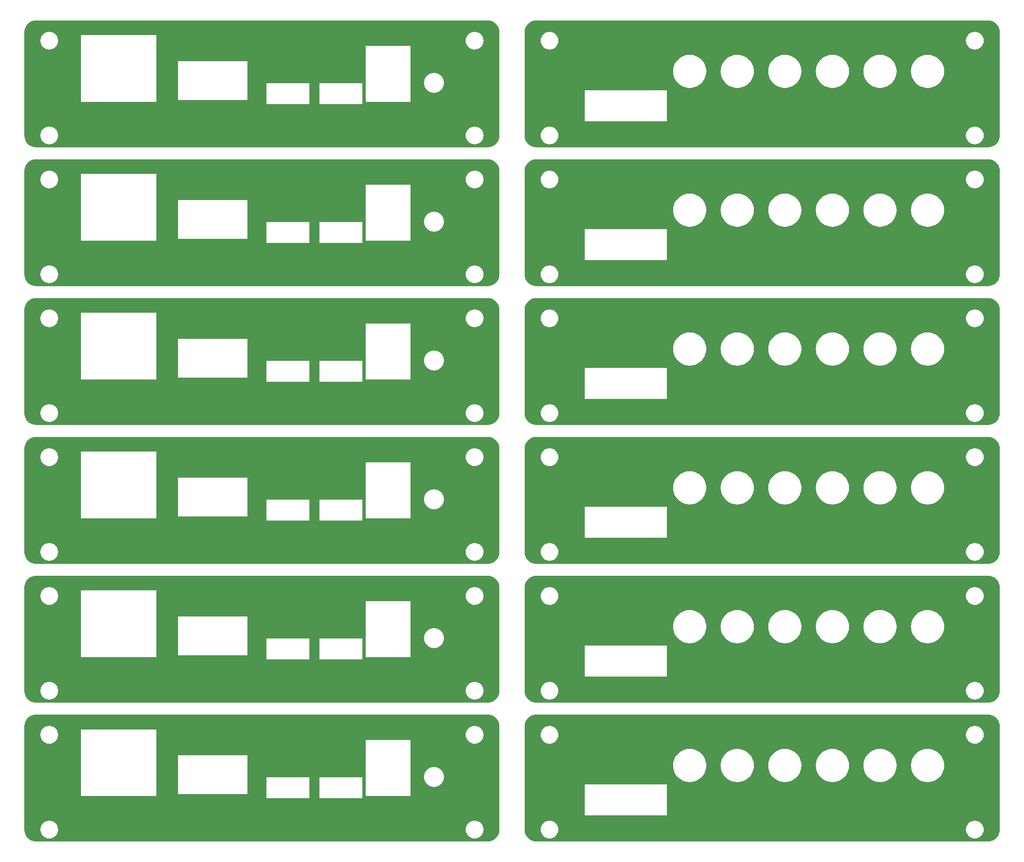
<source format=gbl>
G04 Layer_Physical_Order=2*
G04 Layer_Color=16711680*
%FSLAX24Y24*%
%MOIN*%
G70*
G01*
G75*
G36*
X92289Y79374D02*
X92447Y79335D01*
X92598Y79273D01*
X92737Y79188D01*
X92861Y79082D01*
X92967Y78958D01*
X93053Y78819D01*
X93115Y78668D01*
X93153Y78509D01*
X93166Y78350D01*
X93165Y78346D01*
Y69094D01*
X93166Y69091D01*
X93153Y68932D01*
X93115Y68773D01*
X93053Y68622D01*
X92967Y68483D01*
X92861Y68359D01*
X92737Y68253D01*
X92598Y68168D01*
X92447Y68105D01*
X92289Y68067D01*
X92129Y68055D01*
X92126Y68055D01*
X51772D01*
X51768Y68055D01*
X51609Y68067D01*
X51450Y68105D01*
X51300Y68168D01*
X51160Y68253D01*
X51036Y68359D01*
X50930Y68483D01*
X50845Y68622D01*
X50783Y68773D01*
X50745Y68932D01*
X50732Y69091D01*
X50733Y69094D01*
Y78346D01*
X50732Y78350D01*
X50745Y78509D01*
X50783Y78668D01*
X50845Y78819D01*
X50930Y78958D01*
X51036Y79082D01*
X51160Y79188D01*
X51300Y79273D01*
X51450Y79335D01*
X51609Y79374D01*
X51768Y79386D01*
X51772Y79385D01*
X92126D01*
X92129Y79386D01*
X92289Y79374D01*
D02*
G37*
G36*
X47604D02*
X47762Y79335D01*
X47913Y79273D01*
X48052Y79188D01*
X48176Y79082D01*
X48282Y78958D01*
X48368Y78819D01*
X48430Y78668D01*
X48468Y78509D01*
X48481Y78350D01*
X48480Y78346D01*
Y69094D01*
X48481Y69091D01*
X48468Y68932D01*
X48430Y68773D01*
X48368Y68622D01*
X48282Y68483D01*
X48176Y68359D01*
X48052Y68253D01*
X47913Y68168D01*
X47762Y68105D01*
X47604Y68067D01*
X47444Y68055D01*
X47441Y68055D01*
X7087D01*
X7083Y68055D01*
X6924Y68067D01*
X6765Y68105D01*
X6614Y68168D01*
X6475Y68253D01*
X6351Y68359D01*
X6245Y68483D01*
X6160Y68622D01*
X6098Y68773D01*
X6059Y68932D01*
X6047Y69091D01*
X6048Y69094D01*
Y78346D01*
X6047Y78350D01*
X6059Y78509D01*
X6098Y78668D01*
X6160Y78819D01*
X6245Y78958D01*
X6351Y79082D01*
X6475Y79188D01*
X6614Y79273D01*
X6765Y79335D01*
X6924Y79374D01*
X7083Y79386D01*
X7087Y79385D01*
X47441D01*
X47444Y79386D01*
X47604Y79374D01*
D02*
G37*
G36*
X92289Y66972D02*
X92447Y66934D01*
X92598Y66871D01*
X92737Y66786D01*
X92861Y66680D01*
X92967Y66556D01*
X93053Y66417D01*
X93115Y66266D01*
X93153Y66108D01*
X93166Y65948D01*
X93165Y65945D01*
Y56693D01*
X93166Y56690D01*
X93153Y56530D01*
X93115Y56372D01*
X93053Y56221D01*
X92967Y56082D01*
X92861Y55958D01*
X92737Y55852D01*
X92598Y55766D01*
X92447Y55704D01*
X92289Y55666D01*
X92129Y55653D01*
X92126Y55654D01*
X51772D01*
X51768Y55653D01*
X51609Y55666D01*
X51450Y55704D01*
X51300Y55766D01*
X51160Y55852D01*
X51036Y55958D01*
X50930Y56082D01*
X50845Y56221D01*
X50783Y56372D01*
X50745Y56530D01*
X50732Y56690D01*
X50733Y56693D01*
Y65945D01*
X50732Y65948D01*
X50745Y66108D01*
X50783Y66266D01*
X50845Y66417D01*
X50930Y66556D01*
X51036Y66680D01*
X51160Y66786D01*
X51300Y66871D01*
X51450Y66934D01*
X51609Y66972D01*
X51768Y66985D01*
X51772Y66984D01*
X92126D01*
X92129Y66985D01*
X92289Y66972D01*
D02*
G37*
G36*
X47604D02*
X47762Y66934D01*
X47913Y66871D01*
X48052Y66786D01*
X48176Y66680D01*
X48282Y66556D01*
X48368Y66417D01*
X48430Y66266D01*
X48468Y66108D01*
X48481Y65948D01*
X48480Y65945D01*
Y56693D01*
X48481Y56690D01*
X48468Y56530D01*
X48430Y56372D01*
X48368Y56221D01*
X48282Y56082D01*
X48176Y55958D01*
X48052Y55852D01*
X47913Y55766D01*
X47762Y55704D01*
X47604Y55666D01*
X47444Y55653D01*
X47441Y55654D01*
X7087D01*
X7083Y55653D01*
X6924Y55666D01*
X6765Y55704D01*
X6614Y55766D01*
X6475Y55852D01*
X6351Y55958D01*
X6245Y56082D01*
X6160Y56221D01*
X6098Y56372D01*
X6059Y56530D01*
X6047Y56690D01*
X6048Y56693D01*
Y65945D01*
X6047Y65948D01*
X6059Y66108D01*
X6098Y66266D01*
X6160Y66417D01*
X6245Y66556D01*
X6351Y66680D01*
X6475Y66786D01*
X6614Y66871D01*
X6765Y66934D01*
X6924Y66972D01*
X7083Y66985D01*
X7087Y66984D01*
X47441D01*
X47444Y66985D01*
X47604Y66972D01*
D02*
G37*
G36*
X92289Y54570D02*
X92447Y54532D01*
X92598Y54470D01*
X92737Y54385D01*
X92861Y54279D01*
X92967Y54155D01*
X93053Y54015D01*
X93115Y53865D01*
X93153Y53706D01*
X93166Y53547D01*
X93165Y53543D01*
Y44291D01*
X93166Y44288D01*
X93153Y44129D01*
X93115Y43970D01*
X93053Y43819D01*
X92967Y43680D01*
X92861Y43556D01*
X92737Y43450D01*
X92598Y43365D01*
X92447Y43302D01*
X92289Y43264D01*
X92129Y43252D01*
X92126Y43252D01*
X51772D01*
X51768Y43252D01*
X51609Y43264D01*
X51450Y43302D01*
X51300Y43365D01*
X51160Y43450D01*
X51036Y43556D01*
X50930Y43680D01*
X50845Y43819D01*
X50783Y43970D01*
X50745Y44129D01*
X50732Y44288D01*
X50733Y44291D01*
Y53543D01*
X50732Y53547D01*
X50745Y53706D01*
X50783Y53865D01*
X50845Y54015D01*
X50930Y54155D01*
X51036Y54279D01*
X51160Y54385D01*
X51300Y54470D01*
X51450Y54532D01*
X51609Y54570D01*
X51768Y54583D01*
X51772Y54582D01*
X92126D01*
X92129Y54583D01*
X92289Y54570D01*
D02*
G37*
G36*
X47604D02*
X47762Y54532D01*
X47913Y54470D01*
X48052Y54385D01*
X48176Y54279D01*
X48282Y54155D01*
X48368Y54015D01*
X48430Y53865D01*
X48468Y53706D01*
X48481Y53547D01*
X48480Y53543D01*
Y44291D01*
X48481Y44288D01*
X48468Y44129D01*
X48430Y43970D01*
X48368Y43819D01*
X48282Y43680D01*
X48176Y43556D01*
X48052Y43450D01*
X47913Y43365D01*
X47762Y43302D01*
X47604Y43264D01*
X47444Y43252D01*
X47441Y43252D01*
X7087D01*
X7083Y43252D01*
X6924Y43264D01*
X6765Y43302D01*
X6614Y43365D01*
X6475Y43450D01*
X6351Y43556D01*
X6245Y43680D01*
X6160Y43819D01*
X6098Y43970D01*
X6059Y44129D01*
X6047Y44288D01*
X6048Y44291D01*
Y53543D01*
X6047Y53547D01*
X6059Y53706D01*
X6098Y53865D01*
X6160Y54015D01*
X6245Y54155D01*
X6351Y54279D01*
X6475Y54385D01*
X6614Y54470D01*
X6765Y54532D01*
X6924Y54570D01*
X7083Y54583D01*
X7087Y54582D01*
X47441D01*
X47444Y54583D01*
X47604Y54570D01*
D02*
G37*
G36*
X92289Y42169D02*
X92447Y42131D01*
X92598Y42068D01*
X92737Y41983D01*
X92861Y41877D01*
X92967Y41753D01*
X93053Y41614D01*
X93115Y41463D01*
X93153Y41304D01*
X93166Y41145D01*
X93165Y41142D01*
Y31890D01*
X93166Y31886D01*
X93153Y31727D01*
X93115Y31568D01*
X93053Y31418D01*
X92967Y31279D01*
X92861Y31154D01*
X92737Y31048D01*
X92598Y30963D01*
X92447Y30901D01*
X92289Y30863D01*
X92129Y30850D01*
X92126Y30851D01*
X51772D01*
X51768Y30850D01*
X51609Y30863D01*
X51450Y30901D01*
X51300Y30963D01*
X51160Y31048D01*
X51036Y31154D01*
X50930Y31279D01*
X50845Y31418D01*
X50783Y31568D01*
X50745Y31727D01*
X50732Y31886D01*
X50733Y31890D01*
Y41142D01*
X50732Y41145D01*
X50745Y41304D01*
X50783Y41463D01*
X50845Y41614D01*
X50930Y41753D01*
X51036Y41877D01*
X51160Y41983D01*
X51300Y42068D01*
X51450Y42131D01*
X51609Y42169D01*
X51768Y42181D01*
X51772Y42181D01*
X92126D01*
X92129Y42181D01*
X92289Y42169D01*
D02*
G37*
G36*
X47604D02*
X47762Y42131D01*
X47913Y42068D01*
X48052Y41983D01*
X48176Y41877D01*
X48282Y41753D01*
X48368Y41614D01*
X48430Y41463D01*
X48468Y41304D01*
X48481Y41145D01*
X48480Y41142D01*
Y31890D01*
X48481Y31886D01*
X48468Y31727D01*
X48430Y31568D01*
X48368Y31418D01*
X48282Y31279D01*
X48176Y31154D01*
X48052Y31048D01*
X47913Y30963D01*
X47762Y30901D01*
X47604Y30863D01*
X47444Y30850D01*
X47441Y30851D01*
X7087D01*
X7083Y30850D01*
X6924Y30863D01*
X6765Y30901D01*
X6614Y30963D01*
X6475Y31048D01*
X6351Y31154D01*
X6245Y31279D01*
X6160Y31418D01*
X6098Y31568D01*
X6059Y31727D01*
X6047Y31886D01*
X6048Y31890D01*
Y41142D01*
X6047Y41145D01*
X6059Y41304D01*
X6098Y41463D01*
X6160Y41614D01*
X6245Y41753D01*
X6351Y41877D01*
X6475Y41983D01*
X6614Y42068D01*
X6765Y42131D01*
X6924Y42169D01*
X7083Y42181D01*
X7087Y42181D01*
X47441D01*
X47444Y42181D01*
X47604Y42169D01*
D02*
G37*
G36*
X92289Y29767D02*
X92447Y29729D01*
X92598Y29667D01*
X92737Y29581D01*
X92861Y29476D01*
X92967Y29351D01*
X93053Y29212D01*
X93115Y29062D01*
X93153Y28903D01*
X93166Y28744D01*
X93165Y28740D01*
Y19488D01*
X93166Y19485D01*
X93153Y19326D01*
X93115Y19167D01*
X93053Y19016D01*
X92967Y18877D01*
X92861Y18753D01*
X92737Y18647D01*
X92598Y18562D01*
X92447Y18499D01*
X92289Y18461D01*
X92129Y18449D01*
X92126Y18449D01*
X51772D01*
X51768Y18449D01*
X51609Y18461D01*
X51450Y18499D01*
X51300Y18562D01*
X51160Y18647D01*
X51036Y18753D01*
X50930Y18877D01*
X50845Y19016D01*
X50783Y19167D01*
X50745Y19326D01*
X50732Y19485D01*
X50733Y19488D01*
Y28740D01*
X50732Y28744D01*
X50745Y28903D01*
X50783Y29062D01*
X50845Y29212D01*
X50930Y29351D01*
X51036Y29476D01*
X51160Y29581D01*
X51300Y29667D01*
X51450Y29729D01*
X51609Y29767D01*
X51768Y29780D01*
X51772Y29779D01*
X92126D01*
X92129Y29780D01*
X92289Y29767D01*
D02*
G37*
G36*
X47604D02*
X47762Y29729D01*
X47913Y29667D01*
X48052Y29581D01*
X48176Y29476D01*
X48282Y29351D01*
X48368Y29212D01*
X48430Y29062D01*
X48468Y28903D01*
X48481Y28744D01*
X48480Y28740D01*
Y19488D01*
X48481Y19485D01*
X48468Y19326D01*
X48430Y19167D01*
X48368Y19016D01*
X48282Y18877D01*
X48176Y18753D01*
X48052Y18647D01*
X47913Y18562D01*
X47762Y18499D01*
X47604Y18461D01*
X47444Y18449D01*
X47441Y18449D01*
X7087D01*
X7083Y18449D01*
X6924Y18461D01*
X6765Y18499D01*
X6614Y18562D01*
X6475Y18647D01*
X6351Y18753D01*
X6245Y18877D01*
X6160Y19016D01*
X6098Y19167D01*
X6059Y19326D01*
X6047Y19485D01*
X6048Y19488D01*
Y28740D01*
X6047Y28744D01*
X6059Y28903D01*
X6098Y29062D01*
X6160Y29212D01*
X6245Y29351D01*
X6351Y29476D01*
X6475Y29581D01*
X6614Y29667D01*
X6765Y29729D01*
X6924Y29767D01*
X7083Y29780D01*
X7087Y29779D01*
X47441D01*
X47444Y29780D01*
X47604Y29767D01*
D02*
G37*
G36*
X92289Y17366D02*
X92447Y17328D01*
X92598Y17265D01*
X92737Y17180D01*
X92861Y17074D01*
X92967Y16950D01*
X93053Y16811D01*
X93115Y16660D01*
X93153Y16501D01*
X93166Y16342D01*
X93165Y16339D01*
Y7087D01*
X93166Y7083D01*
X93153Y6924D01*
X93115Y6765D01*
X93053Y6614D01*
X92967Y6475D01*
X92861Y6351D01*
X92737Y6245D01*
X92598Y6160D01*
X92447Y6098D01*
X92289Y6059D01*
X92129Y6047D01*
X92126Y6048D01*
X51772D01*
X51768Y6047D01*
X51609Y6059D01*
X51450Y6098D01*
X51300Y6160D01*
X51160Y6245D01*
X51036Y6351D01*
X50930Y6475D01*
X50845Y6614D01*
X50783Y6765D01*
X50745Y6924D01*
X50732Y7083D01*
X50733Y7087D01*
Y16339D01*
X50732Y16342D01*
X50745Y16501D01*
X50783Y16660D01*
X50845Y16811D01*
X50930Y16950D01*
X51036Y17074D01*
X51160Y17180D01*
X51300Y17265D01*
X51450Y17328D01*
X51609Y17366D01*
X51768Y17378D01*
X51772Y17378D01*
X92126D01*
X92129Y17378D01*
X92289Y17366D01*
D02*
G37*
G36*
X47604D02*
X47762Y17328D01*
X47913Y17265D01*
X48052Y17180D01*
X48176Y17074D01*
X48282Y16950D01*
X48368Y16811D01*
X48430Y16660D01*
X48468Y16501D01*
X48481Y16342D01*
X48480Y16339D01*
Y7087D01*
X48481Y7083D01*
X48468Y6924D01*
X48430Y6765D01*
X48368Y6614D01*
X48282Y6475D01*
X48176Y6351D01*
X48052Y6245D01*
X47913Y6160D01*
X47762Y6098D01*
X47604Y6059D01*
X47444Y6047D01*
X47441Y6048D01*
X7087D01*
X7083Y6047D01*
X6924Y6059D01*
X6765Y6098D01*
X6614Y6160D01*
X6475Y6245D01*
X6351Y6351D01*
X6245Y6475D01*
X6160Y6614D01*
X6098Y6765D01*
X6059Y6924D01*
X6047Y7083D01*
X6048Y7087D01*
Y16339D01*
X6047Y16342D01*
X6059Y16501D01*
X6098Y16660D01*
X6160Y16811D01*
X6245Y16950D01*
X6351Y17074D01*
X6475Y17180D01*
X6614Y17265D01*
X6765Y17328D01*
X6924Y17366D01*
X7083Y17378D01*
X7087Y17378D01*
X47441D01*
X47444Y17378D01*
X47604Y17366D01*
D02*
G37*
%LPC*%
G36*
X90945Y78372D02*
X90790Y78356D01*
X90641Y78311D01*
X90504Y78238D01*
X90384Y78139D01*
X90286Y78019D01*
X90212Y77882D01*
X90167Y77733D01*
X90152Y77579D01*
X90167Y77424D01*
X90212Y77275D01*
X90286Y77138D01*
X90384Y77018D01*
X90504Y76920D01*
X90641Y76846D01*
X90790Y76801D01*
X90945Y76786D01*
X91100Y76801D01*
X91248Y76846D01*
X91385Y76920D01*
X91505Y77018D01*
X91604Y77138D01*
X91677Y77275D01*
X91722Y77424D01*
X91738Y77579D01*
X91722Y77733D01*
X91677Y77882D01*
X91604Y78019D01*
X91505Y78139D01*
X91385Y78238D01*
X91248Y78311D01*
X91100Y78356D01*
X90945Y78372D01*
D02*
G37*
G36*
X52953D02*
X52798Y78356D01*
X52649Y78311D01*
X52512Y78238D01*
X52392Y78139D01*
X52294Y78019D01*
X52220Y77882D01*
X52175Y77733D01*
X52160Y77579D01*
X52175Y77424D01*
X52220Y77275D01*
X52294Y77138D01*
X52392Y77018D01*
X52512Y76920D01*
X52649Y76846D01*
X52798Y76801D01*
X52953Y76786D01*
X53107Y76801D01*
X53256Y76846D01*
X53393Y76920D01*
X53513Y77018D01*
X53612Y77138D01*
X53685Y77275D01*
X53730Y77424D01*
X53746Y77579D01*
X53730Y77733D01*
X53685Y77882D01*
X53612Y78019D01*
X53513Y78139D01*
X53393Y78238D01*
X53256Y78311D01*
X53107Y78356D01*
X52953Y78372D01*
D02*
G37*
G36*
X86722Y76325D02*
X86491Y76307D01*
X86264Y76252D01*
X86049Y76163D01*
X85851Y76042D01*
X85674Y75891D01*
X85523Y75714D01*
X85401Y75516D01*
X85312Y75301D01*
X85258Y75074D01*
X85240Y74843D01*
X85258Y74611D01*
X85312Y74384D01*
X85401Y74169D01*
X85523Y73971D01*
X85674Y73794D01*
X85851Y73643D01*
X86049Y73522D01*
X86264Y73433D01*
X86491Y73378D01*
X86722Y73360D01*
X86954Y73378D01*
X87181Y73433D01*
X87395Y73522D01*
X87594Y73643D01*
X87771Y73794D01*
X87922Y73971D01*
X88043Y74169D01*
X88132Y74384D01*
X88187Y74611D01*
X88205Y74843D01*
X88187Y75074D01*
X88132Y75301D01*
X88043Y75516D01*
X87922Y75714D01*
X87771Y75891D01*
X87594Y76042D01*
X87395Y76163D01*
X87181Y76252D01*
X86954Y76307D01*
X86722Y76325D01*
D02*
G37*
G36*
X82472D02*
X82241Y76307D01*
X82014Y76252D01*
X81799Y76163D01*
X81601Y76042D01*
X81424Y75891D01*
X81273Y75714D01*
X81152Y75516D01*
X81062Y75301D01*
X81008Y75074D01*
X80990Y74843D01*
X81008Y74611D01*
X81062Y74384D01*
X81152Y74169D01*
X81273Y73971D01*
X81424Y73794D01*
X81601Y73643D01*
X81799Y73522D01*
X82014Y73433D01*
X82241Y73378D01*
X82472Y73360D01*
X82704Y73378D01*
X82931Y73433D01*
X83145Y73522D01*
X83344Y73643D01*
X83521Y73794D01*
X83672Y73971D01*
X83793Y74169D01*
X83882Y74384D01*
X83937Y74611D01*
X83955Y74843D01*
X83937Y75074D01*
X83882Y75301D01*
X83793Y75516D01*
X83672Y75714D01*
X83521Y75891D01*
X83344Y76042D01*
X83145Y76163D01*
X82931Y76252D01*
X82704Y76307D01*
X82472Y76325D01*
D02*
G37*
G36*
X78222D02*
X77991Y76307D01*
X77764Y76252D01*
X77549Y76163D01*
X77351Y76042D01*
X77174Y75891D01*
X77023Y75714D01*
X76901Y75516D01*
X76812Y75301D01*
X76758Y75074D01*
X76740Y74843D01*
X76758Y74611D01*
X76812Y74384D01*
X76901Y74169D01*
X77023Y73971D01*
X77174Y73794D01*
X77351Y73643D01*
X77549Y73522D01*
X77764Y73433D01*
X77991Y73378D01*
X78222Y73360D01*
X78454Y73378D01*
X78681Y73433D01*
X78895Y73522D01*
X79094Y73643D01*
X79271Y73794D01*
X79422Y73971D01*
X79543Y74169D01*
X79632Y74384D01*
X79687Y74611D01*
X79705Y74843D01*
X79687Y75074D01*
X79632Y75301D01*
X79543Y75516D01*
X79422Y75714D01*
X79271Y75891D01*
X79094Y76042D01*
X78895Y76163D01*
X78681Y76252D01*
X78454Y76307D01*
X78222Y76325D01*
D02*
G37*
G36*
X73972D02*
X73741Y76307D01*
X73514Y76252D01*
X73299Y76163D01*
X73101Y76042D01*
X72924Y75891D01*
X72773Y75714D01*
X72652Y75516D01*
X72562Y75301D01*
X72508Y75074D01*
X72490Y74843D01*
X72508Y74611D01*
X72562Y74384D01*
X72652Y74169D01*
X72773Y73971D01*
X72924Y73794D01*
X73101Y73643D01*
X73299Y73522D01*
X73514Y73433D01*
X73741Y73378D01*
X73972Y73360D01*
X74204Y73378D01*
X74431Y73433D01*
X74645Y73522D01*
X74844Y73643D01*
X75021Y73794D01*
X75172Y73971D01*
X75293Y74169D01*
X75382Y74384D01*
X75437Y74611D01*
X75455Y74843D01*
X75437Y75074D01*
X75382Y75301D01*
X75293Y75516D01*
X75172Y75714D01*
X75021Y75891D01*
X74844Y76042D01*
X74645Y76163D01*
X74431Y76252D01*
X74204Y76307D01*
X73972Y76325D01*
D02*
G37*
G36*
X69722D02*
X69491Y76307D01*
X69264Y76252D01*
X69049Y76163D01*
X68851Y76042D01*
X68674Y75891D01*
X68523Y75714D01*
X68401Y75516D01*
X68312Y75301D01*
X68258Y75074D01*
X68240Y74843D01*
X68258Y74611D01*
X68312Y74384D01*
X68401Y74169D01*
X68523Y73971D01*
X68674Y73794D01*
X68851Y73643D01*
X69049Y73522D01*
X69264Y73433D01*
X69491Y73378D01*
X69722Y73360D01*
X69954Y73378D01*
X70181Y73433D01*
X70395Y73522D01*
X70594Y73643D01*
X70771Y73794D01*
X70922Y73971D01*
X71043Y74169D01*
X71132Y74384D01*
X71187Y74611D01*
X71205Y74843D01*
X71187Y75074D01*
X71132Y75301D01*
X71043Y75516D01*
X70922Y75714D01*
X70771Y75891D01*
X70594Y76042D01*
X70395Y76163D01*
X70181Y76252D01*
X69954Y76307D01*
X69722Y76325D01*
D02*
G37*
G36*
X65472D02*
X65241Y76307D01*
X65014Y76252D01*
X64799Y76163D01*
X64601Y76042D01*
X64424Y75891D01*
X64273Y75714D01*
X64152Y75516D01*
X64062Y75301D01*
X64008Y75074D01*
X63990Y74843D01*
X64008Y74611D01*
X64062Y74384D01*
X64152Y74169D01*
X64273Y73971D01*
X64424Y73794D01*
X64601Y73643D01*
X64799Y73522D01*
X65014Y73433D01*
X65241Y73378D01*
X65472Y73360D01*
X65704Y73378D01*
X65931Y73433D01*
X66145Y73522D01*
X66344Y73643D01*
X66521Y73794D01*
X66672Y73971D01*
X66793Y74169D01*
X66882Y74384D01*
X66937Y74611D01*
X66955Y74843D01*
X66937Y75074D01*
X66882Y75301D01*
X66793Y75516D01*
X66672Y75714D01*
X66521Y75891D01*
X66344Y76042D01*
X66145Y76163D01*
X65931Y76252D01*
X65704Y76307D01*
X65472Y76325D01*
D02*
G37*
G36*
X56102Y73150D02*
Y70394D01*
X63425Y70394D01*
Y73150D01*
X56102Y73150D01*
D02*
G37*
G36*
X90945Y69907D02*
X90790Y69892D01*
X90641Y69847D01*
X90504Y69773D01*
X90384Y69675D01*
X90286Y69555D01*
X90212Y69418D01*
X90167Y69269D01*
X90152Y69114D01*
X90167Y68960D01*
X90212Y68811D01*
X90286Y68674D01*
X90384Y68554D01*
X90504Y68455D01*
X90641Y68382D01*
X90790Y68337D01*
X90945Y68321D01*
X91100Y68337D01*
X91248Y68382D01*
X91385Y68455D01*
X91505Y68554D01*
X91604Y68674D01*
X91677Y68811D01*
X91722Y68960D01*
X91738Y69114D01*
X91722Y69269D01*
X91677Y69418D01*
X91604Y69555D01*
X91505Y69675D01*
X91385Y69773D01*
X91248Y69847D01*
X91100Y69892D01*
X90945Y69907D01*
D02*
G37*
G36*
X52953D02*
X52798Y69892D01*
X52649Y69847D01*
X52512Y69773D01*
X52392Y69675D01*
X52294Y69555D01*
X52220Y69418D01*
X52175Y69269D01*
X52160Y69114D01*
X52175Y68960D01*
X52220Y68811D01*
X52294Y68674D01*
X52392Y68554D01*
X52512Y68455D01*
X52649Y68382D01*
X52798Y68337D01*
X52953Y68321D01*
X53107Y68337D01*
X53256Y68382D01*
X53393Y68455D01*
X53513Y68554D01*
X53612Y68674D01*
X53685Y68811D01*
X53730Y68960D01*
X53746Y69114D01*
X53730Y69269D01*
X53685Y69418D01*
X53612Y69555D01*
X53513Y69675D01*
X53393Y69773D01*
X53256Y69847D01*
X53107Y69892D01*
X52953Y69907D01*
D02*
G37*
G36*
X46260Y78372D02*
X46105Y78356D01*
X45956Y78311D01*
X45819Y78238D01*
X45699Y78139D01*
X45601Y78019D01*
X45527Y77882D01*
X45482Y77733D01*
X45467Y77579D01*
X45482Y77424D01*
X45527Y77275D01*
X45601Y77138D01*
X45699Y77018D01*
X45819Y76920D01*
X45956Y76846D01*
X46105Y76801D01*
X46260Y76786D01*
X46415Y76801D01*
X46563Y76846D01*
X46700Y76920D01*
X46820Y77018D01*
X46919Y77138D01*
X46992Y77275D01*
X47037Y77424D01*
X47053Y77579D01*
X47037Y77733D01*
X46992Y77882D01*
X46919Y78019D01*
X46820Y78139D01*
X46700Y78238D01*
X46563Y78311D01*
X46415Y78356D01*
X46260Y78372D01*
D02*
G37*
G36*
X8268D02*
X8113Y78356D01*
X7964Y78311D01*
X7827Y78238D01*
X7707Y78139D01*
X7609Y78019D01*
X7535Y77882D01*
X7490Y77733D01*
X7475Y77579D01*
X7490Y77424D01*
X7535Y77275D01*
X7609Y77138D01*
X7707Y77018D01*
X7827Y76920D01*
X7964Y76846D01*
X8113Y76801D01*
X8268Y76786D01*
X8422Y76801D01*
X8571Y76846D01*
X8708Y76920D01*
X8828Y77018D01*
X8927Y77138D01*
X9000Y77275D01*
X9045Y77424D01*
X9061Y77579D01*
X9045Y77733D01*
X9000Y77882D01*
X8927Y78019D01*
X8828Y78139D01*
X8708Y78238D01*
X8571Y78311D01*
X8422Y78356D01*
X8268Y78372D01*
D02*
G37*
G36*
X42638Y74711D02*
X42464Y74693D01*
X42297Y74643D01*
X42142Y74560D01*
X42007Y74449D01*
X41896Y74314D01*
X41814Y74160D01*
X41763Y73993D01*
X41746Y73819D01*
X41763Y73645D01*
X41814Y73478D01*
X41896Y73323D01*
X42007Y73188D01*
X42142Y73077D01*
X42297Y72995D01*
X42464Y72944D01*
X42638Y72927D01*
X42812Y72944D01*
X42979Y72995D01*
X43133Y73077D01*
X43268Y73188D01*
X43379Y73323D01*
X43462Y73478D01*
X43512Y73645D01*
X43529Y73819D01*
X43512Y73993D01*
X43462Y74160D01*
X43379Y74314D01*
X43268Y74449D01*
X43133Y74560D01*
X42979Y74643D01*
X42812Y74693D01*
X42638Y74711D01*
D02*
G37*
G36*
X25984Y75748D02*
X19764D01*
Y72283D01*
X25984D01*
Y75748D01*
D02*
G37*
G36*
X36535Y77126D02*
X36535Y72126D01*
X40551Y72126D01*
X40551Y77126D01*
X36535Y77126D01*
D02*
G37*
G36*
X17835Y78071D02*
X11102D01*
Y72126D01*
X17835D01*
Y78071D01*
D02*
G37*
G36*
X27677Y73780D02*
X27677Y71929D01*
X31496Y71929D01*
X31496Y73780D01*
X27677Y73780D01*
D02*
G37*
G36*
X32402D02*
X32402Y71929D01*
X36220Y71929D01*
X36220Y73780D01*
X32402Y73780D01*
D02*
G37*
G36*
X46260Y69907D02*
X46105Y69892D01*
X45956Y69847D01*
X45819Y69773D01*
X45699Y69675D01*
X45601Y69555D01*
X45527Y69418D01*
X45482Y69269D01*
X45467Y69114D01*
X45482Y68960D01*
X45527Y68811D01*
X45601Y68674D01*
X45699Y68554D01*
X45819Y68455D01*
X45956Y68382D01*
X46105Y68337D01*
X46260Y68321D01*
X46415Y68337D01*
X46563Y68382D01*
X46700Y68455D01*
X46820Y68554D01*
X46919Y68674D01*
X46992Y68811D01*
X47037Y68960D01*
X47053Y69114D01*
X47037Y69269D01*
X46992Y69418D01*
X46919Y69555D01*
X46820Y69675D01*
X46700Y69773D01*
X46563Y69847D01*
X46415Y69892D01*
X46260Y69907D01*
D02*
G37*
G36*
X8268D02*
X8113Y69892D01*
X7964Y69847D01*
X7827Y69773D01*
X7707Y69675D01*
X7609Y69555D01*
X7535Y69418D01*
X7490Y69269D01*
X7475Y69114D01*
X7490Y68960D01*
X7535Y68811D01*
X7609Y68674D01*
X7707Y68554D01*
X7827Y68455D01*
X7964Y68382D01*
X8113Y68337D01*
X8268Y68321D01*
X8422Y68337D01*
X8571Y68382D01*
X8708Y68455D01*
X8828Y68554D01*
X8927Y68674D01*
X9000Y68811D01*
X9045Y68960D01*
X9061Y69114D01*
X9045Y69269D01*
X9000Y69418D01*
X8927Y69555D01*
X8828Y69675D01*
X8708Y69773D01*
X8571Y69847D01*
X8422Y69892D01*
X8268Y69907D01*
D02*
G37*
G36*
X90945Y65970D02*
X90790Y65955D01*
X90641Y65910D01*
X90504Y65836D01*
X90384Y65738D01*
X90286Y65618D01*
X90212Y65481D01*
X90167Y65332D01*
X90152Y65177D01*
X90167Y65023D01*
X90212Y64874D01*
X90286Y64737D01*
X90384Y64617D01*
X90504Y64518D01*
X90641Y64445D01*
X90790Y64400D01*
X90945Y64384D01*
X91100Y64400D01*
X91248Y64445D01*
X91385Y64518D01*
X91505Y64617D01*
X91604Y64737D01*
X91677Y64874D01*
X91722Y65023D01*
X91738Y65177D01*
X91722Y65332D01*
X91677Y65481D01*
X91604Y65618D01*
X91505Y65738D01*
X91385Y65836D01*
X91248Y65910D01*
X91100Y65955D01*
X90945Y65970D01*
D02*
G37*
G36*
X52953D02*
X52798Y65955D01*
X52649Y65910D01*
X52512Y65836D01*
X52392Y65738D01*
X52294Y65618D01*
X52220Y65481D01*
X52175Y65332D01*
X52160Y65177D01*
X52175Y65023D01*
X52220Y64874D01*
X52294Y64737D01*
X52392Y64617D01*
X52512Y64518D01*
X52649Y64445D01*
X52798Y64400D01*
X52953Y64384D01*
X53107Y64400D01*
X53256Y64445D01*
X53393Y64518D01*
X53513Y64617D01*
X53612Y64737D01*
X53685Y64874D01*
X53730Y65023D01*
X53746Y65177D01*
X53730Y65332D01*
X53685Y65481D01*
X53612Y65618D01*
X53513Y65738D01*
X53393Y65836D01*
X53256Y65910D01*
X53107Y65955D01*
X52953Y65970D01*
D02*
G37*
G36*
X86722Y63923D02*
X86491Y63905D01*
X86264Y63851D01*
X86049Y63762D01*
X85851Y63640D01*
X85674Y63489D01*
X85523Y63312D01*
X85401Y63114D01*
X85312Y62899D01*
X85258Y62673D01*
X85240Y62441D01*
X85258Y62209D01*
X85312Y61983D01*
X85401Y61768D01*
X85523Y61570D01*
X85674Y61393D01*
X85851Y61242D01*
X86049Y61120D01*
X86264Y61031D01*
X86491Y60977D01*
X86722Y60958D01*
X86954Y60977D01*
X87181Y61031D01*
X87395Y61120D01*
X87594Y61242D01*
X87771Y61393D01*
X87922Y61570D01*
X88043Y61768D01*
X88132Y61983D01*
X88187Y62209D01*
X88205Y62441D01*
X88187Y62673D01*
X88132Y62899D01*
X88043Y63114D01*
X87922Y63312D01*
X87771Y63489D01*
X87594Y63640D01*
X87395Y63762D01*
X87181Y63851D01*
X86954Y63905D01*
X86722Y63923D01*
D02*
G37*
G36*
X82472D02*
X82241Y63905D01*
X82014Y63851D01*
X81799Y63762D01*
X81601Y63640D01*
X81424Y63489D01*
X81273Y63312D01*
X81152Y63114D01*
X81062Y62899D01*
X81008Y62673D01*
X80990Y62441D01*
X81008Y62209D01*
X81062Y61983D01*
X81152Y61768D01*
X81273Y61570D01*
X81424Y61393D01*
X81601Y61242D01*
X81799Y61120D01*
X82014Y61031D01*
X82241Y60977D01*
X82472Y60958D01*
X82704Y60977D01*
X82931Y61031D01*
X83145Y61120D01*
X83344Y61242D01*
X83521Y61393D01*
X83672Y61570D01*
X83793Y61768D01*
X83882Y61983D01*
X83937Y62209D01*
X83955Y62441D01*
X83937Y62673D01*
X83882Y62899D01*
X83793Y63114D01*
X83672Y63312D01*
X83521Y63489D01*
X83344Y63640D01*
X83145Y63762D01*
X82931Y63851D01*
X82704Y63905D01*
X82472Y63923D01*
D02*
G37*
G36*
X78222D02*
X77991Y63905D01*
X77764Y63851D01*
X77549Y63762D01*
X77351Y63640D01*
X77174Y63489D01*
X77023Y63312D01*
X76901Y63114D01*
X76812Y62899D01*
X76758Y62673D01*
X76740Y62441D01*
X76758Y62209D01*
X76812Y61983D01*
X76901Y61768D01*
X77023Y61570D01*
X77174Y61393D01*
X77351Y61242D01*
X77549Y61120D01*
X77764Y61031D01*
X77991Y60977D01*
X78222Y60958D01*
X78454Y60977D01*
X78681Y61031D01*
X78895Y61120D01*
X79094Y61242D01*
X79271Y61393D01*
X79422Y61570D01*
X79543Y61768D01*
X79632Y61983D01*
X79687Y62209D01*
X79705Y62441D01*
X79687Y62673D01*
X79632Y62899D01*
X79543Y63114D01*
X79422Y63312D01*
X79271Y63489D01*
X79094Y63640D01*
X78895Y63762D01*
X78681Y63851D01*
X78454Y63905D01*
X78222Y63923D01*
D02*
G37*
G36*
X73972D02*
X73741Y63905D01*
X73514Y63851D01*
X73299Y63762D01*
X73101Y63640D01*
X72924Y63489D01*
X72773Y63312D01*
X72652Y63114D01*
X72562Y62899D01*
X72508Y62673D01*
X72490Y62441D01*
X72508Y62209D01*
X72562Y61983D01*
X72652Y61768D01*
X72773Y61570D01*
X72924Y61393D01*
X73101Y61242D01*
X73299Y61120D01*
X73514Y61031D01*
X73741Y60977D01*
X73972Y60958D01*
X74204Y60977D01*
X74431Y61031D01*
X74645Y61120D01*
X74844Y61242D01*
X75021Y61393D01*
X75172Y61570D01*
X75293Y61768D01*
X75382Y61983D01*
X75437Y62209D01*
X75455Y62441D01*
X75437Y62673D01*
X75382Y62899D01*
X75293Y63114D01*
X75172Y63312D01*
X75021Y63489D01*
X74844Y63640D01*
X74645Y63762D01*
X74431Y63851D01*
X74204Y63905D01*
X73972Y63923D01*
D02*
G37*
G36*
X69722D02*
X69491Y63905D01*
X69264Y63851D01*
X69049Y63762D01*
X68851Y63640D01*
X68674Y63489D01*
X68523Y63312D01*
X68401Y63114D01*
X68312Y62899D01*
X68258Y62673D01*
X68240Y62441D01*
X68258Y62209D01*
X68312Y61983D01*
X68401Y61768D01*
X68523Y61570D01*
X68674Y61393D01*
X68851Y61242D01*
X69049Y61120D01*
X69264Y61031D01*
X69491Y60977D01*
X69722Y60958D01*
X69954Y60977D01*
X70181Y61031D01*
X70395Y61120D01*
X70594Y61242D01*
X70771Y61393D01*
X70922Y61570D01*
X71043Y61768D01*
X71132Y61983D01*
X71187Y62209D01*
X71205Y62441D01*
X71187Y62673D01*
X71132Y62899D01*
X71043Y63114D01*
X70922Y63312D01*
X70771Y63489D01*
X70594Y63640D01*
X70395Y63762D01*
X70181Y63851D01*
X69954Y63905D01*
X69722Y63923D01*
D02*
G37*
G36*
X65472D02*
X65241Y63905D01*
X65014Y63851D01*
X64799Y63762D01*
X64601Y63640D01*
X64424Y63489D01*
X64273Y63312D01*
X64152Y63114D01*
X64062Y62899D01*
X64008Y62673D01*
X63990Y62441D01*
X64008Y62209D01*
X64062Y61983D01*
X64152Y61768D01*
X64273Y61570D01*
X64424Y61393D01*
X64601Y61242D01*
X64799Y61120D01*
X65014Y61031D01*
X65241Y60977D01*
X65472Y60958D01*
X65704Y60977D01*
X65931Y61031D01*
X66145Y61120D01*
X66344Y61242D01*
X66521Y61393D01*
X66672Y61570D01*
X66793Y61768D01*
X66882Y61983D01*
X66937Y62209D01*
X66955Y62441D01*
X66937Y62673D01*
X66882Y62899D01*
X66793Y63114D01*
X66672Y63312D01*
X66521Y63489D01*
X66344Y63640D01*
X66145Y63762D01*
X65931Y63851D01*
X65704Y63905D01*
X65472Y63923D01*
D02*
G37*
G36*
X56102Y60748D02*
Y57992D01*
X63425Y57992D01*
Y60748D01*
X56102Y60748D01*
D02*
G37*
G36*
X90945Y57505D02*
X90790Y57490D01*
X90641Y57445D01*
X90504Y57372D01*
X90384Y57273D01*
X90286Y57153D01*
X90212Y57016D01*
X90167Y56867D01*
X90152Y56713D01*
X90167Y56558D01*
X90212Y56409D01*
X90286Y56272D01*
X90384Y56152D01*
X90504Y56053D01*
X90641Y55980D01*
X90790Y55935D01*
X90945Y55920D01*
X91100Y55935D01*
X91248Y55980D01*
X91385Y56053D01*
X91505Y56152D01*
X91604Y56272D01*
X91677Y56409D01*
X91722Y56558D01*
X91738Y56713D01*
X91722Y56867D01*
X91677Y57016D01*
X91604Y57153D01*
X91505Y57273D01*
X91385Y57372D01*
X91248Y57445D01*
X91100Y57490D01*
X90945Y57505D01*
D02*
G37*
G36*
X52953D02*
X52798Y57490D01*
X52649Y57445D01*
X52512Y57372D01*
X52392Y57273D01*
X52294Y57153D01*
X52220Y57016D01*
X52175Y56867D01*
X52160Y56713D01*
X52175Y56558D01*
X52220Y56409D01*
X52294Y56272D01*
X52392Y56152D01*
X52512Y56053D01*
X52649Y55980D01*
X52798Y55935D01*
X52953Y55920D01*
X53107Y55935D01*
X53256Y55980D01*
X53393Y56053D01*
X53513Y56152D01*
X53612Y56272D01*
X53685Y56409D01*
X53730Y56558D01*
X53746Y56713D01*
X53730Y56867D01*
X53685Y57016D01*
X53612Y57153D01*
X53513Y57273D01*
X53393Y57372D01*
X53256Y57445D01*
X53107Y57490D01*
X52953Y57505D01*
D02*
G37*
G36*
X46260Y65970D02*
X46105Y65955D01*
X45956Y65910D01*
X45819Y65836D01*
X45699Y65738D01*
X45601Y65618D01*
X45527Y65481D01*
X45482Y65332D01*
X45467Y65177D01*
X45482Y65023D01*
X45527Y64874D01*
X45601Y64737D01*
X45699Y64617D01*
X45819Y64518D01*
X45956Y64445D01*
X46105Y64400D01*
X46260Y64384D01*
X46415Y64400D01*
X46563Y64445D01*
X46700Y64518D01*
X46820Y64617D01*
X46919Y64737D01*
X46992Y64874D01*
X47037Y65023D01*
X47053Y65177D01*
X47037Y65332D01*
X46992Y65481D01*
X46919Y65618D01*
X46820Y65738D01*
X46700Y65836D01*
X46563Y65910D01*
X46415Y65955D01*
X46260Y65970D01*
D02*
G37*
G36*
X8268D02*
X8113Y65955D01*
X7964Y65910D01*
X7827Y65836D01*
X7707Y65738D01*
X7609Y65618D01*
X7535Y65481D01*
X7490Y65332D01*
X7475Y65177D01*
X7490Y65023D01*
X7535Y64874D01*
X7609Y64737D01*
X7707Y64617D01*
X7827Y64518D01*
X7964Y64445D01*
X8113Y64400D01*
X8268Y64384D01*
X8422Y64400D01*
X8571Y64445D01*
X8708Y64518D01*
X8828Y64617D01*
X8927Y64737D01*
X9000Y64874D01*
X9045Y65023D01*
X9061Y65177D01*
X9045Y65332D01*
X9000Y65481D01*
X8927Y65618D01*
X8828Y65738D01*
X8708Y65836D01*
X8571Y65910D01*
X8422Y65955D01*
X8268Y65970D01*
D02*
G37*
G36*
X42638Y62309D02*
X42464Y62292D01*
X42297Y62241D01*
X42142Y62159D01*
X42007Y62048D01*
X41896Y61913D01*
X41814Y61759D01*
X41763Y61591D01*
X41746Y61417D01*
X41763Y61243D01*
X41814Y61076D01*
X41896Y60922D01*
X42007Y60787D01*
X42142Y60676D01*
X42297Y60594D01*
X42464Y60543D01*
X42638Y60526D01*
X42812Y60543D01*
X42979Y60594D01*
X43133Y60676D01*
X43268Y60787D01*
X43379Y60922D01*
X43462Y61076D01*
X43512Y61243D01*
X43529Y61417D01*
X43512Y61591D01*
X43462Y61759D01*
X43379Y61913D01*
X43268Y62048D01*
X43133Y62159D01*
X42979Y62241D01*
X42812Y62292D01*
X42638Y62309D01*
D02*
G37*
G36*
X25984Y63346D02*
X19764D01*
Y59882D01*
X25984D01*
Y63346D01*
D02*
G37*
G36*
X36535Y64724D02*
X36535Y59724D01*
X40551Y59724D01*
X40551Y64724D01*
X36535Y64724D01*
D02*
G37*
G36*
X17835Y65669D02*
X11102D01*
Y59724D01*
X17835D01*
Y65669D01*
D02*
G37*
G36*
X27677Y61378D02*
X27677Y59528D01*
X31496Y59528D01*
X31496Y61378D01*
X27677Y61378D01*
D02*
G37*
G36*
X32402D02*
X32402Y59528D01*
X36220Y59528D01*
X36220Y61378D01*
X32402Y61378D01*
D02*
G37*
G36*
X46260Y57505D02*
X46105Y57490D01*
X45956Y57445D01*
X45819Y57372D01*
X45699Y57273D01*
X45601Y57153D01*
X45527Y57016D01*
X45482Y56867D01*
X45467Y56713D01*
X45482Y56558D01*
X45527Y56409D01*
X45601Y56272D01*
X45699Y56152D01*
X45819Y56053D01*
X45956Y55980D01*
X46105Y55935D01*
X46260Y55920D01*
X46415Y55935D01*
X46563Y55980D01*
X46700Y56053D01*
X46820Y56152D01*
X46919Y56272D01*
X46992Y56409D01*
X47037Y56558D01*
X47053Y56713D01*
X47037Y56867D01*
X46992Y57016D01*
X46919Y57153D01*
X46820Y57273D01*
X46700Y57372D01*
X46563Y57445D01*
X46415Y57490D01*
X46260Y57505D01*
D02*
G37*
G36*
X8268D02*
X8113Y57490D01*
X7964Y57445D01*
X7827Y57372D01*
X7707Y57273D01*
X7609Y57153D01*
X7535Y57016D01*
X7490Y56867D01*
X7475Y56713D01*
X7490Y56558D01*
X7535Y56409D01*
X7609Y56272D01*
X7707Y56152D01*
X7827Y56053D01*
X7964Y55980D01*
X8113Y55935D01*
X8268Y55920D01*
X8422Y55935D01*
X8571Y55980D01*
X8708Y56053D01*
X8828Y56152D01*
X8927Y56272D01*
X9000Y56409D01*
X9045Y56558D01*
X9061Y56713D01*
X9045Y56867D01*
X9000Y57016D01*
X8927Y57153D01*
X8828Y57273D01*
X8708Y57372D01*
X8571Y57445D01*
X8422Y57490D01*
X8268Y57505D01*
D02*
G37*
G36*
X90945Y53568D02*
X90790Y53553D01*
X90641Y53508D01*
X90504Y53435D01*
X90384Y53336D01*
X90286Y53216D01*
X90212Y53079D01*
X90167Y52930D01*
X90152Y52776D01*
X90167Y52621D01*
X90212Y52472D01*
X90286Y52335D01*
X90384Y52215D01*
X90504Y52116D01*
X90641Y52043D01*
X90790Y51998D01*
X90945Y51983D01*
X91100Y51998D01*
X91248Y52043D01*
X91385Y52116D01*
X91505Y52215D01*
X91604Y52335D01*
X91677Y52472D01*
X91722Y52621D01*
X91738Y52776D01*
X91722Y52930D01*
X91677Y53079D01*
X91604Y53216D01*
X91505Y53336D01*
X91385Y53435D01*
X91248Y53508D01*
X91100Y53553D01*
X90945Y53568D01*
D02*
G37*
G36*
X52953D02*
X52798Y53553D01*
X52649Y53508D01*
X52512Y53435D01*
X52392Y53336D01*
X52294Y53216D01*
X52220Y53079D01*
X52175Y52930D01*
X52160Y52776D01*
X52175Y52621D01*
X52220Y52472D01*
X52294Y52335D01*
X52392Y52215D01*
X52512Y52116D01*
X52649Y52043D01*
X52798Y51998D01*
X52953Y51983D01*
X53107Y51998D01*
X53256Y52043D01*
X53393Y52116D01*
X53513Y52215D01*
X53612Y52335D01*
X53685Y52472D01*
X53730Y52621D01*
X53746Y52776D01*
X53730Y52930D01*
X53685Y53079D01*
X53612Y53216D01*
X53513Y53336D01*
X53393Y53435D01*
X53256Y53508D01*
X53107Y53553D01*
X52953Y53568D01*
D02*
G37*
G36*
X86722Y51522D02*
X86491Y51504D01*
X86264Y51449D01*
X86049Y51360D01*
X85851Y51239D01*
X85674Y51088D01*
X85523Y50911D01*
X85401Y50712D01*
X85312Y50497D01*
X85258Y50271D01*
X85240Y50039D01*
X85258Y49807D01*
X85312Y49581D01*
X85401Y49366D01*
X85523Y49168D01*
X85674Y48991D01*
X85851Y48840D01*
X86049Y48718D01*
X86264Y48629D01*
X86491Y48575D01*
X86722Y48557D01*
X86954Y48575D01*
X87181Y48629D01*
X87395Y48718D01*
X87594Y48840D01*
X87771Y48991D01*
X87922Y49168D01*
X88043Y49366D01*
X88132Y49581D01*
X88187Y49807D01*
X88205Y50039D01*
X88187Y50271D01*
X88132Y50497D01*
X88043Y50712D01*
X87922Y50911D01*
X87771Y51088D01*
X87594Y51239D01*
X87395Y51360D01*
X87181Y51449D01*
X86954Y51504D01*
X86722Y51522D01*
D02*
G37*
G36*
X82472D02*
X82241Y51504D01*
X82014Y51449D01*
X81799Y51360D01*
X81601Y51239D01*
X81424Y51088D01*
X81273Y50911D01*
X81152Y50712D01*
X81062Y50497D01*
X81008Y50271D01*
X80990Y50039D01*
X81008Y49807D01*
X81062Y49581D01*
X81152Y49366D01*
X81273Y49168D01*
X81424Y48991D01*
X81601Y48840D01*
X81799Y48718D01*
X82014Y48629D01*
X82241Y48575D01*
X82472Y48557D01*
X82704Y48575D01*
X82931Y48629D01*
X83145Y48718D01*
X83344Y48840D01*
X83521Y48991D01*
X83672Y49168D01*
X83793Y49366D01*
X83882Y49581D01*
X83937Y49807D01*
X83955Y50039D01*
X83937Y50271D01*
X83882Y50497D01*
X83793Y50712D01*
X83672Y50911D01*
X83521Y51088D01*
X83344Y51239D01*
X83145Y51360D01*
X82931Y51449D01*
X82704Y51504D01*
X82472Y51522D01*
D02*
G37*
G36*
X78222D02*
X77991Y51504D01*
X77764Y51449D01*
X77549Y51360D01*
X77351Y51239D01*
X77174Y51088D01*
X77023Y50911D01*
X76901Y50712D01*
X76812Y50497D01*
X76758Y50271D01*
X76740Y50039D01*
X76758Y49807D01*
X76812Y49581D01*
X76901Y49366D01*
X77023Y49168D01*
X77174Y48991D01*
X77351Y48840D01*
X77549Y48718D01*
X77764Y48629D01*
X77991Y48575D01*
X78222Y48557D01*
X78454Y48575D01*
X78681Y48629D01*
X78895Y48718D01*
X79094Y48840D01*
X79271Y48991D01*
X79422Y49168D01*
X79543Y49366D01*
X79632Y49581D01*
X79687Y49807D01*
X79705Y50039D01*
X79687Y50271D01*
X79632Y50497D01*
X79543Y50712D01*
X79422Y50911D01*
X79271Y51088D01*
X79094Y51239D01*
X78895Y51360D01*
X78681Y51449D01*
X78454Y51504D01*
X78222Y51522D01*
D02*
G37*
G36*
X73972D02*
X73741Y51504D01*
X73514Y51449D01*
X73299Y51360D01*
X73101Y51239D01*
X72924Y51088D01*
X72773Y50911D01*
X72652Y50712D01*
X72562Y50497D01*
X72508Y50271D01*
X72490Y50039D01*
X72508Y49807D01*
X72562Y49581D01*
X72652Y49366D01*
X72773Y49168D01*
X72924Y48991D01*
X73101Y48840D01*
X73299Y48718D01*
X73514Y48629D01*
X73741Y48575D01*
X73972Y48557D01*
X74204Y48575D01*
X74431Y48629D01*
X74645Y48718D01*
X74844Y48840D01*
X75021Y48991D01*
X75172Y49168D01*
X75293Y49366D01*
X75382Y49581D01*
X75437Y49807D01*
X75455Y50039D01*
X75437Y50271D01*
X75382Y50497D01*
X75293Y50712D01*
X75172Y50911D01*
X75021Y51088D01*
X74844Y51239D01*
X74645Y51360D01*
X74431Y51449D01*
X74204Y51504D01*
X73972Y51522D01*
D02*
G37*
G36*
X69722D02*
X69491Y51504D01*
X69264Y51449D01*
X69049Y51360D01*
X68851Y51239D01*
X68674Y51088D01*
X68523Y50911D01*
X68401Y50712D01*
X68312Y50497D01*
X68258Y50271D01*
X68240Y50039D01*
X68258Y49807D01*
X68312Y49581D01*
X68401Y49366D01*
X68523Y49168D01*
X68674Y48991D01*
X68851Y48840D01*
X69049Y48718D01*
X69264Y48629D01*
X69491Y48575D01*
X69722Y48557D01*
X69954Y48575D01*
X70181Y48629D01*
X70395Y48718D01*
X70594Y48840D01*
X70771Y48991D01*
X70922Y49168D01*
X71043Y49366D01*
X71132Y49581D01*
X71187Y49807D01*
X71205Y50039D01*
X71187Y50271D01*
X71132Y50497D01*
X71043Y50712D01*
X70922Y50911D01*
X70771Y51088D01*
X70594Y51239D01*
X70395Y51360D01*
X70181Y51449D01*
X69954Y51504D01*
X69722Y51522D01*
D02*
G37*
G36*
X65472D02*
X65241Y51504D01*
X65014Y51449D01*
X64799Y51360D01*
X64601Y51239D01*
X64424Y51088D01*
X64273Y50911D01*
X64152Y50712D01*
X64062Y50497D01*
X64008Y50271D01*
X63990Y50039D01*
X64008Y49807D01*
X64062Y49581D01*
X64152Y49366D01*
X64273Y49168D01*
X64424Y48991D01*
X64601Y48840D01*
X64799Y48718D01*
X65014Y48629D01*
X65241Y48575D01*
X65472Y48557D01*
X65704Y48575D01*
X65931Y48629D01*
X66145Y48718D01*
X66344Y48840D01*
X66521Y48991D01*
X66672Y49168D01*
X66793Y49366D01*
X66882Y49581D01*
X66937Y49807D01*
X66955Y50039D01*
X66937Y50271D01*
X66882Y50497D01*
X66793Y50712D01*
X66672Y50911D01*
X66521Y51088D01*
X66344Y51239D01*
X66145Y51360D01*
X65931Y51449D01*
X65704Y51504D01*
X65472Y51522D01*
D02*
G37*
G36*
X56102Y48346D02*
Y45591D01*
X63425Y45591D01*
Y48346D01*
X56102Y48346D01*
D02*
G37*
G36*
X90945Y45104D02*
X90790Y45089D01*
X90641Y45043D01*
X90504Y44970D01*
X90384Y44872D01*
X90286Y44751D01*
X90212Y44614D01*
X90167Y44466D01*
X90152Y44311D01*
X90167Y44156D01*
X90212Y44008D01*
X90286Y43871D01*
X90384Y43750D01*
X90504Y43652D01*
X90641Y43579D01*
X90790Y43533D01*
X90945Y43518D01*
X91100Y43533D01*
X91248Y43579D01*
X91385Y43652D01*
X91505Y43750D01*
X91604Y43871D01*
X91677Y44008D01*
X91722Y44156D01*
X91738Y44311D01*
X91722Y44466D01*
X91677Y44614D01*
X91604Y44751D01*
X91505Y44872D01*
X91385Y44970D01*
X91248Y45043D01*
X91100Y45089D01*
X90945Y45104D01*
D02*
G37*
G36*
X52953D02*
X52798Y45089D01*
X52649Y45043D01*
X52512Y44970D01*
X52392Y44872D01*
X52294Y44751D01*
X52220Y44614D01*
X52175Y44466D01*
X52160Y44311D01*
X52175Y44156D01*
X52220Y44008D01*
X52294Y43871D01*
X52392Y43750D01*
X52512Y43652D01*
X52649Y43579D01*
X52798Y43533D01*
X52953Y43518D01*
X53107Y43533D01*
X53256Y43579D01*
X53393Y43652D01*
X53513Y43750D01*
X53612Y43871D01*
X53685Y44008D01*
X53730Y44156D01*
X53746Y44311D01*
X53730Y44466D01*
X53685Y44614D01*
X53612Y44751D01*
X53513Y44872D01*
X53393Y44970D01*
X53256Y45043D01*
X53107Y45089D01*
X52953Y45104D01*
D02*
G37*
G36*
X46260Y53568D02*
X46105Y53553D01*
X45956Y53508D01*
X45819Y53435D01*
X45699Y53336D01*
X45601Y53216D01*
X45527Y53079D01*
X45482Y52930D01*
X45467Y52776D01*
X45482Y52621D01*
X45527Y52472D01*
X45601Y52335D01*
X45699Y52215D01*
X45819Y52116D01*
X45956Y52043D01*
X46105Y51998D01*
X46260Y51983D01*
X46415Y51998D01*
X46563Y52043D01*
X46700Y52116D01*
X46820Y52215D01*
X46919Y52335D01*
X46992Y52472D01*
X47037Y52621D01*
X47053Y52776D01*
X47037Y52930D01*
X46992Y53079D01*
X46919Y53216D01*
X46820Y53336D01*
X46700Y53435D01*
X46563Y53508D01*
X46415Y53553D01*
X46260Y53568D01*
D02*
G37*
G36*
X8268D02*
X8113Y53553D01*
X7964Y53508D01*
X7827Y53435D01*
X7707Y53336D01*
X7609Y53216D01*
X7535Y53079D01*
X7490Y52930D01*
X7475Y52776D01*
X7490Y52621D01*
X7535Y52472D01*
X7609Y52335D01*
X7707Y52215D01*
X7827Y52116D01*
X7964Y52043D01*
X8113Y51998D01*
X8268Y51983D01*
X8422Y51998D01*
X8571Y52043D01*
X8708Y52116D01*
X8828Y52215D01*
X8927Y52335D01*
X9000Y52472D01*
X9045Y52621D01*
X9061Y52776D01*
X9045Y52930D01*
X9000Y53079D01*
X8927Y53216D01*
X8828Y53336D01*
X8708Y53435D01*
X8571Y53508D01*
X8422Y53553D01*
X8268Y53568D01*
D02*
G37*
G36*
X42638Y49907D02*
X42464Y49890D01*
X42297Y49840D01*
X42142Y49757D01*
X42007Y49646D01*
X41896Y49511D01*
X41814Y49357D01*
X41763Y49190D01*
X41746Y49016D01*
X41763Y48842D01*
X41814Y48675D01*
X41896Y48520D01*
X42007Y48385D01*
X42142Y48274D01*
X42297Y48192D01*
X42464Y48141D01*
X42638Y48124D01*
X42812Y48141D01*
X42979Y48192D01*
X43133Y48274D01*
X43268Y48385D01*
X43379Y48520D01*
X43462Y48675D01*
X43512Y48842D01*
X43529Y49016D01*
X43512Y49190D01*
X43462Y49357D01*
X43379Y49511D01*
X43268Y49646D01*
X43133Y49757D01*
X42979Y49840D01*
X42812Y49890D01*
X42638Y49907D01*
D02*
G37*
G36*
X25984Y50945D02*
X19764D01*
Y47480D01*
X25984D01*
Y50945D01*
D02*
G37*
G36*
X36535Y52323D02*
X36535Y47323D01*
X40551Y47323D01*
X40551Y52323D01*
X36535Y52323D01*
D02*
G37*
G36*
X17835Y53268D02*
X11102D01*
Y47323D01*
X17835D01*
Y53268D01*
D02*
G37*
G36*
X27677Y48976D02*
X27677Y47126D01*
X31496Y47126D01*
X31496Y48976D01*
X27677Y48976D01*
D02*
G37*
G36*
X32402D02*
X32402Y47126D01*
X36220Y47126D01*
X36220Y48976D01*
X32402Y48976D01*
D02*
G37*
G36*
X46260Y45104D02*
X46105Y45089D01*
X45956Y45043D01*
X45819Y44970D01*
X45699Y44872D01*
X45601Y44751D01*
X45527Y44614D01*
X45482Y44466D01*
X45467Y44311D01*
X45482Y44156D01*
X45527Y44008D01*
X45601Y43871D01*
X45699Y43750D01*
X45819Y43652D01*
X45956Y43579D01*
X46105Y43533D01*
X46260Y43518D01*
X46415Y43533D01*
X46563Y43579D01*
X46700Y43652D01*
X46820Y43750D01*
X46919Y43871D01*
X46992Y44008D01*
X47037Y44156D01*
X47053Y44311D01*
X47037Y44466D01*
X46992Y44614D01*
X46919Y44751D01*
X46820Y44872D01*
X46700Y44970D01*
X46563Y45043D01*
X46415Y45089D01*
X46260Y45104D01*
D02*
G37*
G36*
X8268D02*
X8113Y45089D01*
X7964Y45043D01*
X7827Y44970D01*
X7707Y44872D01*
X7609Y44751D01*
X7535Y44614D01*
X7490Y44466D01*
X7475Y44311D01*
X7490Y44156D01*
X7535Y44008D01*
X7609Y43871D01*
X7707Y43750D01*
X7827Y43652D01*
X7964Y43579D01*
X8113Y43533D01*
X8268Y43518D01*
X8422Y43533D01*
X8571Y43579D01*
X8708Y43652D01*
X8828Y43750D01*
X8927Y43871D01*
X9000Y44008D01*
X9045Y44156D01*
X9061Y44311D01*
X9045Y44466D01*
X9000Y44614D01*
X8927Y44751D01*
X8828Y44872D01*
X8708Y44970D01*
X8571Y45043D01*
X8422Y45089D01*
X8268Y45104D01*
D02*
G37*
G36*
X90945Y41167D02*
X90790Y41152D01*
X90641Y41106D01*
X90504Y41033D01*
X90384Y40935D01*
X90286Y40814D01*
X90212Y40677D01*
X90167Y40529D01*
X90152Y40374D01*
X90167Y40219D01*
X90212Y40071D01*
X90286Y39934D01*
X90384Y39813D01*
X90504Y39715D01*
X90641Y39642D01*
X90790Y39596D01*
X90945Y39581D01*
X91100Y39596D01*
X91248Y39642D01*
X91385Y39715D01*
X91505Y39813D01*
X91604Y39934D01*
X91677Y40071D01*
X91722Y40219D01*
X91738Y40374D01*
X91722Y40529D01*
X91677Y40677D01*
X91604Y40814D01*
X91505Y40935D01*
X91385Y41033D01*
X91248Y41106D01*
X91100Y41152D01*
X90945Y41167D01*
D02*
G37*
G36*
X52953D02*
X52798Y41152D01*
X52649Y41106D01*
X52512Y41033D01*
X52392Y40935D01*
X52294Y40814D01*
X52220Y40677D01*
X52175Y40529D01*
X52160Y40374D01*
X52175Y40219D01*
X52220Y40071D01*
X52294Y39934D01*
X52392Y39813D01*
X52512Y39715D01*
X52649Y39642D01*
X52798Y39596D01*
X52953Y39581D01*
X53107Y39596D01*
X53256Y39642D01*
X53393Y39715D01*
X53513Y39813D01*
X53612Y39934D01*
X53685Y40071D01*
X53730Y40219D01*
X53746Y40374D01*
X53730Y40529D01*
X53685Y40677D01*
X53612Y40814D01*
X53513Y40935D01*
X53393Y41033D01*
X53256Y41106D01*
X53107Y41152D01*
X52953Y41167D01*
D02*
G37*
G36*
X86722Y39120D02*
X86491Y39102D01*
X86264Y39048D01*
X86049Y38959D01*
X85851Y38837D01*
X85674Y38686D01*
X85523Y38509D01*
X85401Y38311D01*
X85312Y38096D01*
X85258Y37870D01*
X85240Y37638D01*
X85258Y37406D01*
X85312Y37180D01*
X85401Y36965D01*
X85523Y36766D01*
X85674Y36589D01*
X85851Y36438D01*
X86049Y36317D01*
X86264Y36228D01*
X86491Y36174D01*
X86722Y36155D01*
X86954Y36174D01*
X87181Y36228D01*
X87395Y36317D01*
X87594Y36438D01*
X87771Y36589D01*
X87922Y36766D01*
X88043Y36965D01*
X88132Y37180D01*
X88187Y37406D01*
X88205Y37638D01*
X88187Y37870D01*
X88132Y38096D01*
X88043Y38311D01*
X87922Y38509D01*
X87771Y38686D01*
X87594Y38837D01*
X87395Y38959D01*
X87181Y39048D01*
X86954Y39102D01*
X86722Y39120D01*
D02*
G37*
G36*
X82472D02*
X82241Y39102D01*
X82014Y39048D01*
X81799Y38959D01*
X81601Y38837D01*
X81424Y38686D01*
X81273Y38509D01*
X81152Y38311D01*
X81062Y38096D01*
X81008Y37870D01*
X80990Y37638D01*
X81008Y37406D01*
X81062Y37180D01*
X81152Y36965D01*
X81273Y36766D01*
X81424Y36589D01*
X81601Y36438D01*
X81799Y36317D01*
X82014Y36228D01*
X82241Y36174D01*
X82472Y36155D01*
X82704Y36174D01*
X82931Y36228D01*
X83145Y36317D01*
X83344Y36438D01*
X83521Y36589D01*
X83672Y36766D01*
X83793Y36965D01*
X83882Y37180D01*
X83937Y37406D01*
X83955Y37638D01*
X83937Y37870D01*
X83882Y38096D01*
X83793Y38311D01*
X83672Y38509D01*
X83521Y38686D01*
X83344Y38837D01*
X83145Y38959D01*
X82931Y39048D01*
X82704Y39102D01*
X82472Y39120D01*
D02*
G37*
G36*
X78222D02*
X77991Y39102D01*
X77764Y39048D01*
X77549Y38959D01*
X77351Y38837D01*
X77174Y38686D01*
X77023Y38509D01*
X76901Y38311D01*
X76812Y38096D01*
X76758Y37870D01*
X76740Y37638D01*
X76758Y37406D01*
X76812Y37180D01*
X76901Y36965D01*
X77023Y36766D01*
X77174Y36589D01*
X77351Y36438D01*
X77549Y36317D01*
X77764Y36228D01*
X77991Y36174D01*
X78222Y36155D01*
X78454Y36174D01*
X78681Y36228D01*
X78895Y36317D01*
X79094Y36438D01*
X79271Y36589D01*
X79422Y36766D01*
X79543Y36965D01*
X79632Y37180D01*
X79687Y37406D01*
X79705Y37638D01*
X79687Y37870D01*
X79632Y38096D01*
X79543Y38311D01*
X79422Y38509D01*
X79271Y38686D01*
X79094Y38837D01*
X78895Y38959D01*
X78681Y39048D01*
X78454Y39102D01*
X78222Y39120D01*
D02*
G37*
G36*
X73972D02*
X73741Y39102D01*
X73514Y39048D01*
X73299Y38959D01*
X73101Y38837D01*
X72924Y38686D01*
X72773Y38509D01*
X72652Y38311D01*
X72562Y38096D01*
X72508Y37870D01*
X72490Y37638D01*
X72508Y37406D01*
X72562Y37180D01*
X72652Y36965D01*
X72773Y36766D01*
X72924Y36589D01*
X73101Y36438D01*
X73299Y36317D01*
X73514Y36228D01*
X73741Y36174D01*
X73972Y36155D01*
X74204Y36174D01*
X74431Y36228D01*
X74645Y36317D01*
X74844Y36438D01*
X75021Y36589D01*
X75172Y36766D01*
X75293Y36965D01*
X75382Y37180D01*
X75437Y37406D01*
X75455Y37638D01*
X75437Y37870D01*
X75382Y38096D01*
X75293Y38311D01*
X75172Y38509D01*
X75021Y38686D01*
X74844Y38837D01*
X74645Y38959D01*
X74431Y39048D01*
X74204Y39102D01*
X73972Y39120D01*
D02*
G37*
G36*
X69722D02*
X69491Y39102D01*
X69264Y39048D01*
X69049Y38959D01*
X68851Y38837D01*
X68674Y38686D01*
X68523Y38509D01*
X68401Y38311D01*
X68312Y38096D01*
X68258Y37870D01*
X68240Y37638D01*
X68258Y37406D01*
X68312Y37180D01*
X68401Y36965D01*
X68523Y36766D01*
X68674Y36589D01*
X68851Y36438D01*
X69049Y36317D01*
X69264Y36228D01*
X69491Y36174D01*
X69722Y36155D01*
X69954Y36174D01*
X70181Y36228D01*
X70395Y36317D01*
X70594Y36438D01*
X70771Y36589D01*
X70922Y36766D01*
X71043Y36965D01*
X71132Y37180D01*
X71187Y37406D01*
X71205Y37638D01*
X71187Y37870D01*
X71132Y38096D01*
X71043Y38311D01*
X70922Y38509D01*
X70771Y38686D01*
X70594Y38837D01*
X70395Y38959D01*
X70181Y39048D01*
X69954Y39102D01*
X69722Y39120D01*
D02*
G37*
G36*
X65472D02*
X65241Y39102D01*
X65014Y39048D01*
X64799Y38959D01*
X64601Y38837D01*
X64424Y38686D01*
X64273Y38509D01*
X64152Y38311D01*
X64062Y38096D01*
X64008Y37870D01*
X63990Y37638D01*
X64008Y37406D01*
X64062Y37180D01*
X64152Y36965D01*
X64273Y36766D01*
X64424Y36589D01*
X64601Y36438D01*
X64799Y36317D01*
X65014Y36228D01*
X65241Y36174D01*
X65472Y36155D01*
X65704Y36174D01*
X65931Y36228D01*
X66145Y36317D01*
X66344Y36438D01*
X66521Y36589D01*
X66672Y36766D01*
X66793Y36965D01*
X66882Y37180D01*
X66937Y37406D01*
X66955Y37638D01*
X66937Y37870D01*
X66882Y38096D01*
X66793Y38311D01*
X66672Y38509D01*
X66521Y38686D01*
X66344Y38837D01*
X66145Y38959D01*
X65931Y39048D01*
X65704Y39102D01*
X65472Y39120D01*
D02*
G37*
G36*
X56102Y35945D02*
Y33189D01*
X63425Y33189D01*
Y35945D01*
X56102Y35945D01*
D02*
G37*
G36*
X90945Y32702D02*
X90790Y32687D01*
X90641Y32642D01*
X90504Y32569D01*
X90384Y32470D01*
X90286Y32350D01*
X90212Y32213D01*
X90167Y32064D01*
X90152Y31909D01*
X90167Y31755D01*
X90212Y31606D01*
X90286Y31469D01*
X90384Y31349D01*
X90504Y31250D01*
X90641Y31177D01*
X90790Y31132D01*
X90945Y31117D01*
X91100Y31132D01*
X91248Y31177D01*
X91385Y31250D01*
X91505Y31349D01*
X91604Y31469D01*
X91677Y31606D01*
X91722Y31755D01*
X91738Y31909D01*
X91722Y32064D01*
X91677Y32213D01*
X91604Y32350D01*
X91505Y32470D01*
X91385Y32569D01*
X91248Y32642D01*
X91100Y32687D01*
X90945Y32702D01*
D02*
G37*
G36*
X52953D02*
X52798Y32687D01*
X52649Y32642D01*
X52512Y32569D01*
X52392Y32470D01*
X52294Y32350D01*
X52220Y32213D01*
X52175Y32064D01*
X52160Y31909D01*
X52175Y31755D01*
X52220Y31606D01*
X52294Y31469D01*
X52392Y31349D01*
X52512Y31250D01*
X52649Y31177D01*
X52798Y31132D01*
X52953Y31117D01*
X53107Y31132D01*
X53256Y31177D01*
X53393Y31250D01*
X53513Y31349D01*
X53612Y31469D01*
X53685Y31606D01*
X53730Y31755D01*
X53746Y31909D01*
X53730Y32064D01*
X53685Y32213D01*
X53612Y32350D01*
X53513Y32470D01*
X53393Y32569D01*
X53256Y32642D01*
X53107Y32687D01*
X52953Y32702D01*
D02*
G37*
G36*
X46260Y41167D02*
X46105Y41152D01*
X45956Y41106D01*
X45819Y41033D01*
X45699Y40935D01*
X45601Y40814D01*
X45527Y40677D01*
X45482Y40529D01*
X45467Y40374D01*
X45482Y40219D01*
X45527Y40071D01*
X45601Y39934D01*
X45699Y39813D01*
X45819Y39715D01*
X45956Y39642D01*
X46105Y39596D01*
X46260Y39581D01*
X46415Y39596D01*
X46563Y39642D01*
X46700Y39715D01*
X46820Y39813D01*
X46919Y39934D01*
X46992Y40071D01*
X47037Y40219D01*
X47053Y40374D01*
X47037Y40529D01*
X46992Y40677D01*
X46919Y40814D01*
X46820Y40935D01*
X46700Y41033D01*
X46563Y41106D01*
X46415Y41152D01*
X46260Y41167D01*
D02*
G37*
G36*
X8268D02*
X8113Y41152D01*
X7964Y41106D01*
X7827Y41033D01*
X7707Y40935D01*
X7609Y40814D01*
X7535Y40677D01*
X7490Y40529D01*
X7475Y40374D01*
X7490Y40219D01*
X7535Y40071D01*
X7609Y39934D01*
X7707Y39813D01*
X7827Y39715D01*
X7964Y39642D01*
X8113Y39596D01*
X8268Y39581D01*
X8422Y39596D01*
X8571Y39642D01*
X8708Y39715D01*
X8828Y39813D01*
X8927Y39934D01*
X9000Y40071D01*
X9045Y40219D01*
X9061Y40374D01*
X9045Y40529D01*
X9000Y40677D01*
X8927Y40814D01*
X8828Y40935D01*
X8708Y41033D01*
X8571Y41106D01*
X8422Y41152D01*
X8268Y41167D01*
D02*
G37*
G36*
X42638Y37506D02*
X42464Y37489D01*
X42297Y37438D01*
X42142Y37356D01*
X42007Y37245D01*
X41896Y37110D01*
X41814Y36955D01*
X41763Y36788D01*
X41746Y36614D01*
X41763Y36440D01*
X41814Y36273D01*
X41896Y36119D01*
X42007Y35984D01*
X42142Y35873D01*
X42297Y35790D01*
X42464Y35740D01*
X42638Y35722D01*
X42812Y35740D01*
X42979Y35790D01*
X43133Y35873D01*
X43268Y35984D01*
X43379Y36119D01*
X43462Y36273D01*
X43512Y36440D01*
X43529Y36614D01*
X43512Y36788D01*
X43462Y36955D01*
X43379Y37110D01*
X43268Y37245D01*
X43133Y37356D01*
X42979Y37438D01*
X42812Y37489D01*
X42638Y37506D01*
D02*
G37*
G36*
X25984Y38543D02*
X19764D01*
Y35079D01*
X25984D01*
Y38543D01*
D02*
G37*
G36*
X36535Y39921D02*
X36535Y34921D01*
X40551Y34921D01*
X40551Y39921D01*
X36535Y39921D01*
D02*
G37*
G36*
X17835Y40866D02*
X11102D01*
Y34921D01*
X17835D01*
Y40866D01*
D02*
G37*
G36*
X27677Y36575D02*
X27677Y34724D01*
X31496Y34724D01*
X31496Y36575D01*
X27677Y36575D01*
D02*
G37*
G36*
X32402D02*
X32402Y34724D01*
X36220Y34724D01*
X36220Y36575D01*
X32402Y36575D01*
D02*
G37*
G36*
X46260Y32702D02*
X46105Y32687D01*
X45956Y32642D01*
X45819Y32569D01*
X45699Y32470D01*
X45601Y32350D01*
X45527Y32213D01*
X45482Y32064D01*
X45467Y31909D01*
X45482Y31755D01*
X45527Y31606D01*
X45601Y31469D01*
X45699Y31349D01*
X45819Y31250D01*
X45956Y31177D01*
X46105Y31132D01*
X46260Y31117D01*
X46415Y31132D01*
X46563Y31177D01*
X46700Y31250D01*
X46820Y31349D01*
X46919Y31469D01*
X46992Y31606D01*
X47037Y31755D01*
X47053Y31909D01*
X47037Y32064D01*
X46992Y32213D01*
X46919Y32350D01*
X46820Y32470D01*
X46700Y32569D01*
X46563Y32642D01*
X46415Y32687D01*
X46260Y32702D01*
D02*
G37*
G36*
X8268D02*
X8113Y32687D01*
X7964Y32642D01*
X7827Y32569D01*
X7707Y32470D01*
X7609Y32350D01*
X7535Y32213D01*
X7490Y32064D01*
X7475Y31909D01*
X7490Y31755D01*
X7535Y31606D01*
X7609Y31469D01*
X7707Y31349D01*
X7827Y31250D01*
X7964Y31177D01*
X8113Y31132D01*
X8268Y31117D01*
X8422Y31132D01*
X8571Y31177D01*
X8708Y31250D01*
X8828Y31349D01*
X8927Y31469D01*
X9000Y31606D01*
X9045Y31755D01*
X9061Y31909D01*
X9045Y32064D01*
X9000Y32213D01*
X8927Y32350D01*
X8828Y32470D01*
X8708Y32569D01*
X8571Y32642D01*
X8422Y32687D01*
X8268Y32702D01*
D02*
G37*
G36*
X90945Y28765D02*
X90790Y28750D01*
X90641Y28705D01*
X90504Y28632D01*
X90384Y28533D01*
X90286Y28413D01*
X90212Y28276D01*
X90167Y28127D01*
X90152Y27972D01*
X90167Y27818D01*
X90212Y27669D01*
X90286Y27532D01*
X90384Y27412D01*
X90504Y27313D01*
X90641Y27240D01*
X90790Y27195D01*
X90945Y27180D01*
X91100Y27195D01*
X91248Y27240D01*
X91385Y27313D01*
X91505Y27412D01*
X91604Y27532D01*
X91677Y27669D01*
X91722Y27818D01*
X91738Y27972D01*
X91722Y28127D01*
X91677Y28276D01*
X91604Y28413D01*
X91505Y28533D01*
X91385Y28632D01*
X91248Y28705D01*
X91100Y28750D01*
X90945Y28765D01*
D02*
G37*
G36*
X52953D02*
X52798Y28750D01*
X52649Y28705D01*
X52512Y28632D01*
X52392Y28533D01*
X52294Y28413D01*
X52220Y28276D01*
X52175Y28127D01*
X52160Y27972D01*
X52175Y27818D01*
X52220Y27669D01*
X52294Y27532D01*
X52392Y27412D01*
X52512Y27313D01*
X52649Y27240D01*
X52798Y27195D01*
X52953Y27180D01*
X53107Y27195D01*
X53256Y27240D01*
X53393Y27313D01*
X53513Y27412D01*
X53612Y27532D01*
X53685Y27669D01*
X53730Y27818D01*
X53746Y27972D01*
X53730Y28127D01*
X53685Y28276D01*
X53612Y28413D01*
X53513Y28533D01*
X53393Y28632D01*
X53256Y28705D01*
X53107Y28750D01*
X52953Y28765D01*
D02*
G37*
G36*
X86722Y26719D02*
X86491Y26700D01*
X86264Y26646D01*
X86049Y26557D01*
X85851Y26436D01*
X85674Y26285D01*
X85523Y26108D01*
X85401Y25909D01*
X85312Y25694D01*
X85258Y25468D01*
X85240Y25236D01*
X85258Y25004D01*
X85312Y24778D01*
X85401Y24563D01*
X85523Y24365D01*
X85674Y24188D01*
X85851Y24037D01*
X86049Y23915D01*
X86264Y23826D01*
X86491Y23772D01*
X86722Y23754D01*
X86954Y23772D01*
X87181Y23826D01*
X87395Y23915D01*
X87594Y24037D01*
X87771Y24188D01*
X87922Y24365D01*
X88043Y24563D01*
X88132Y24778D01*
X88187Y25004D01*
X88205Y25236D01*
X88187Y25468D01*
X88132Y25694D01*
X88043Y25909D01*
X87922Y26108D01*
X87771Y26285D01*
X87594Y26436D01*
X87395Y26557D01*
X87181Y26646D01*
X86954Y26700D01*
X86722Y26719D01*
D02*
G37*
G36*
X82472D02*
X82241Y26700D01*
X82014Y26646D01*
X81799Y26557D01*
X81601Y26436D01*
X81424Y26285D01*
X81273Y26108D01*
X81152Y25909D01*
X81062Y25694D01*
X81008Y25468D01*
X80990Y25236D01*
X81008Y25004D01*
X81062Y24778D01*
X81152Y24563D01*
X81273Y24365D01*
X81424Y24188D01*
X81601Y24037D01*
X81799Y23915D01*
X82014Y23826D01*
X82241Y23772D01*
X82472Y23754D01*
X82704Y23772D01*
X82931Y23826D01*
X83145Y23915D01*
X83344Y24037D01*
X83521Y24188D01*
X83672Y24365D01*
X83793Y24563D01*
X83882Y24778D01*
X83937Y25004D01*
X83955Y25236D01*
X83937Y25468D01*
X83882Y25694D01*
X83793Y25909D01*
X83672Y26108D01*
X83521Y26285D01*
X83344Y26436D01*
X83145Y26557D01*
X82931Y26646D01*
X82704Y26700D01*
X82472Y26719D01*
D02*
G37*
G36*
X78222D02*
X77991Y26700D01*
X77764Y26646D01*
X77549Y26557D01*
X77351Y26436D01*
X77174Y26285D01*
X77023Y26108D01*
X76901Y25909D01*
X76812Y25694D01*
X76758Y25468D01*
X76740Y25236D01*
X76758Y25004D01*
X76812Y24778D01*
X76901Y24563D01*
X77023Y24365D01*
X77174Y24188D01*
X77351Y24037D01*
X77549Y23915D01*
X77764Y23826D01*
X77991Y23772D01*
X78222Y23754D01*
X78454Y23772D01*
X78681Y23826D01*
X78895Y23915D01*
X79094Y24037D01*
X79271Y24188D01*
X79422Y24365D01*
X79543Y24563D01*
X79632Y24778D01*
X79687Y25004D01*
X79705Y25236D01*
X79687Y25468D01*
X79632Y25694D01*
X79543Y25909D01*
X79422Y26108D01*
X79271Y26285D01*
X79094Y26436D01*
X78895Y26557D01*
X78681Y26646D01*
X78454Y26700D01*
X78222Y26719D01*
D02*
G37*
G36*
X73972D02*
X73741Y26700D01*
X73514Y26646D01*
X73299Y26557D01*
X73101Y26436D01*
X72924Y26285D01*
X72773Y26108D01*
X72652Y25909D01*
X72562Y25694D01*
X72508Y25468D01*
X72490Y25236D01*
X72508Y25004D01*
X72562Y24778D01*
X72652Y24563D01*
X72773Y24365D01*
X72924Y24188D01*
X73101Y24037D01*
X73299Y23915D01*
X73514Y23826D01*
X73741Y23772D01*
X73972Y23754D01*
X74204Y23772D01*
X74431Y23826D01*
X74645Y23915D01*
X74844Y24037D01*
X75021Y24188D01*
X75172Y24365D01*
X75293Y24563D01*
X75382Y24778D01*
X75437Y25004D01*
X75455Y25236D01*
X75437Y25468D01*
X75382Y25694D01*
X75293Y25909D01*
X75172Y26108D01*
X75021Y26285D01*
X74844Y26436D01*
X74645Y26557D01*
X74431Y26646D01*
X74204Y26700D01*
X73972Y26719D01*
D02*
G37*
G36*
X69722D02*
X69491Y26700D01*
X69264Y26646D01*
X69049Y26557D01*
X68851Y26436D01*
X68674Y26285D01*
X68523Y26108D01*
X68401Y25909D01*
X68312Y25694D01*
X68258Y25468D01*
X68240Y25236D01*
X68258Y25004D01*
X68312Y24778D01*
X68401Y24563D01*
X68523Y24365D01*
X68674Y24188D01*
X68851Y24037D01*
X69049Y23915D01*
X69264Y23826D01*
X69491Y23772D01*
X69722Y23754D01*
X69954Y23772D01*
X70181Y23826D01*
X70395Y23915D01*
X70594Y24037D01*
X70771Y24188D01*
X70922Y24365D01*
X71043Y24563D01*
X71132Y24778D01*
X71187Y25004D01*
X71205Y25236D01*
X71187Y25468D01*
X71132Y25694D01*
X71043Y25909D01*
X70922Y26108D01*
X70771Y26285D01*
X70594Y26436D01*
X70395Y26557D01*
X70181Y26646D01*
X69954Y26700D01*
X69722Y26719D01*
D02*
G37*
G36*
X65472D02*
X65241Y26700D01*
X65014Y26646D01*
X64799Y26557D01*
X64601Y26436D01*
X64424Y26285D01*
X64273Y26108D01*
X64152Y25909D01*
X64062Y25694D01*
X64008Y25468D01*
X63990Y25236D01*
X64008Y25004D01*
X64062Y24778D01*
X64152Y24563D01*
X64273Y24365D01*
X64424Y24188D01*
X64601Y24037D01*
X64799Y23915D01*
X65014Y23826D01*
X65241Y23772D01*
X65472Y23754D01*
X65704Y23772D01*
X65931Y23826D01*
X66145Y23915D01*
X66344Y24037D01*
X66521Y24188D01*
X66672Y24365D01*
X66793Y24563D01*
X66882Y24778D01*
X66937Y25004D01*
X66955Y25236D01*
X66937Y25468D01*
X66882Y25694D01*
X66793Y25909D01*
X66672Y26108D01*
X66521Y26285D01*
X66344Y26436D01*
X66145Y26557D01*
X65931Y26646D01*
X65704Y26700D01*
X65472Y26719D01*
D02*
G37*
G36*
X56102Y23543D02*
Y20787D01*
X63425Y20787D01*
Y23543D01*
X56102Y23543D01*
D02*
G37*
G36*
X90945Y20301D02*
X90790Y20285D01*
X90641Y20240D01*
X90504Y20167D01*
X90384Y20068D01*
X90286Y19948D01*
X90212Y19811D01*
X90167Y19663D01*
X90152Y19508D01*
X90167Y19353D01*
X90212Y19204D01*
X90286Y19067D01*
X90384Y18947D01*
X90504Y18849D01*
X90641Y18775D01*
X90790Y18730D01*
X90945Y18715D01*
X91100Y18730D01*
X91248Y18775D01*
X91385Y18849D01*
X91505Y18947D01*
X91604Y19067D01*
X91677Y19204D01*
X91722Y19353D01*
X91738Y19508D01*
X91722Y19663D01*
X91677Y19811D01*
X91604Y19948D01*
X91505Y20068D01*
X91385Y20167D01*
X91248Y20240D01*
X91100Y20285D01*
X90945Y20301D01*
D02*
G37*
G36*
X52953D02*
X52798Y20285D01*
X52649Y20240D01*
X52512Y20167D01*
X52392Y20068D01*
X52294Y19948D01*
X52220Y19811D01*
X52175Y19663D01*
X52160Y19508D01*
X52175Y19353D01*
X52220Y19204D01*
X52294Y19067D01*
X52392Y18947D01*
X52512Y18849D01*
X52649Y18775D01*
X52798Y18730D01*
X52953Y18715D01*
X53107Y18730D01*
X53256Y18775D01*
X53393Y18849D01*
X53513Y18947D01*
X53612Y19067D01*
X53685Y19204D01*
X53730Y19353D01*
X53746Y19508D01*
X53730Y19663D01*
X53685Y19811D01*
X53612Y19948D01*
X53513Y20068D01*
X53393Y20167D01*
X53256Y20240D01*
X53107Y20285D01*
X52953Y20301D01*
D02*
G37*
G36*
X46260Y28765D02*
X46105Y28750D01*
X45956Y28705D01*
X45819Y28632D01*
X45699Y28533D01*
X45601Y28413D01*
X45527Y28276D01*
X45482Y28127D01*
X45467Y27972D01*
X45482Y27818D01*
X45527Y27669D01*
X45601Y27532D01*
X45699Y27412D01*
X45819Y27313D01*
X45956Y27240D01*
X46105Y27195D01*
X46260Y27180D01*
X46415Y27195D01*
X46563Y27240D01*
X46700Y27313D01*
X46820Y27412D01*
X46919Y27532D01*
X46992Y27669D01*
X47037Y27818D01*
X47053Y27972D01*
X47037Y28127D01*
X46992Y28276D01*
X46919Y28413D01*
X46820Y28533D01*
X46700Y28632D01*
X46563Y28705D01*
X46415Y28750D01*
X46260Y28765D01*
D02*
G37*
G36*
X8268D02*
X8113Y28750D01*
X7964Y28705D01*
X7827Y28632D01*
X7707Y28533D01*
X7609Y28413D01*
X7535Y28276D01*
X7490Y28127D01*
X7475Y27972D01*
X7490Y27818D01*
X7535Y27669D01*
X7609Y27532D01*
X7707Y27412D01*
X7827Y27313D01*
X7964Y27240D01*
X8113Y27195D01*
X8268Y27180D01*
X8422Y27195D01*
X8571Y27240D01*
X8708Y27313D01*
X8828Y27412D01*
X8927Y27532D01*
X9000Y27669D01*
X9045Y27818D01*
X9061Y27972D01*
X9045Y28127D01*
X9000Y28276D01*
X8927Y28413D01*
X8828Y28533D01*
X8708Y28632D01*
X8571Y28705D01*
X8422Y28750D01*
X8268Y28765D01*
D02*
G37*
G36*
X42638Y25104D02*
X42464Y25087D01*
X42297Y25036D01*
X42142Y24954D01*
X42007Y24843D01*
X41896Y24708D01*
X41814Y24554D01*
X41763Y24387D01*
X41746Y24213D01*
X41763Y24039D01*
X41814Y23871D01*
X41896Y23717D01*
X42007Y23582D01*
X42142Y23471D01*
X42297Y23389D01*
X42464Y23338D01*
X42638Y23321D01*
X42812Y23338D01*
X42979Y23389D01*
X43133Y23471D01*
X43268Y23582D01*
X43379Y23717D01*
X43462Y23871D01*
X43512Y24039D01*
X43529Y24213D01*
X43512Y24387D01*
X43462Y24554D01*
X43379Y24708D01*
X43268Y24843D01*
X43133Y24954D01*
X42979Y25036D01*
X42812Y25087D01*
X42638Y25104D01*
D02*
G37*
G36*
X25984Y26142D02*
X19764D01*
Y22677D01*
X25984D01*
Y26142D01*
D02*
G37*
G36*
X36535Y27520D02*
X36535Y22520D01*
X40551Y22520D01*
X40551Y27520D01*
X36535Y27520D01*
D02*
G37*
G36*
X17835Y28465D02*
X11102D01*
Y22520D01*
X17835D01*
Y28465D01*
D02*
G37*
G36*
X27677Y24173D02*
X27677Y22323D01*
X31496Y22323D01*
X31496Y24173D01*
X27677Y24173D01*
D02*
G37*
G36*
X32402D02*
X32402Y22323D01*
X36220Y22323D01*
X36220Y24173D01*
X32402Y24173D01*
D02*
G37*
G36*
X46260Y20301D02*
X46105Y20285D01*
X45956Y20240D01*
X45819Y20167D01*
X45699Y20068D01*
X45601Y19948D01*
X45527Y19811D01*
X45482Y19663D01*
X45467Y19508D01*
X45482Y19353D01*
X45527Y19204D01*
X45601Y19067D01*
X45699Y18947D01*
X45819Y18849D01*
X45956Y18775D01*
X46105Y18730D01*
X46260Y18715D01*
X46415Y18730D01*
X46563Y18775D01*
X46700Y18849D01*
X46820Y18947D01*
X46919Y19067D01*
X46992Y19204D01*
X47037Y19353D01*
X47053Y19508D01*
X47037Y19663D01*
X46992Y19811D01*
X46919Y19948D01*
X46820Y20068D01*
X46700Y20167D01*
X46563Y20240D01*
X46415Y20285D01*
X46260Y20301D01*
D02*
G37*
G36*
X8268D02*
X8113Y20285D01*
X7964Y20240D01*
X7827Y20167D01*
X7707Y20068D01*
X7609Y19948D01*
X7535Y19811D01*
X7490Y19663D01*
X7475Y19508D01*
X7490Y19353D01*
X7535Y19204D01*
X7609Y19067D01*
X7707Y18947D01*
X7827Y18849D01*
X7964Y18775D01*
X8113Y18730D01*
X8268Y18715D01*
X8422Y18730D01*
X8571Y18775D01*
X8708Y18849D01*
X8828Y18947D01*
X8927Y19067D01*
X9000Y19204D01*
X9045Y19353D01*
X9061Y19508D01*
X9045Y19663D01*
X9000Y19811D01*
X8927Y19948D01*
X8828Y20068D01*
X8708Y20167D01*
X8571Y20240D01*
X8422Y20285D01*
X8268Y20301D01*
D02*
G37*
G36*
X90945Y16364D02*
X90790Y16348D01*
X90641Y16303D01*
X90504Y16230D01*
X90384Y16131D01*
X90286Y16011D01*
X90212Y15874D01*
X90167Y15726D01*
X90152Y15571D01*
X90167Y15416D01*
X90212Y15267D01*
X90286Y15130D01*
X90384Y15010D01*
X90504Y14912D01*
X90641Y14838D01*
X90790Y14793D01*
X90945Y14778D01*
X91100Y14793D01*
X91248Y14838D01*
X91385Y14912D01*
X91505Y15010D01*
X91604Y15130D01*
X91677Y15267D01*
X91722Y15416D01*
X91738Y15571D01*
X91722Y15726D01*
X91677Y15874D01*
X91604Y16011D01*
X91505Y16131D01*
X91385Y16230D01*
X91248Y16303D01*
X91100Y16348D01*
X90945Y16364D01*
D02*
G37*
G36*
X52953D02*
X52798Y16348D01*
X52649Y16303D01*
X52512Y16230D01*
X52392Y16131D01*
X52294Y16011D01*
X52220Y15874D01*
X52175Y15726D01*
X52160Y15571D01*
X52175Y15416D01*
X52220Y15267D01*
X52294Y15130D01*
X52392Y15010D01*
X52512Y14912D01*
X52649Y14838D01*
X52798Y14793D01*
X52953Y14778D01*
X53107Y14793D01*
X53256Y14838D01*
X53393Y14912D01*
X53513Y15010D01*
X53612Y15130D01*
X53685Y15267D01*
X53730Y15416D01*
X53746Y15571D01*
X53730Y15726D01*
X53685Y15874D01*
X53612Y16011D01*
X53513Y16131D01*
X53393Y16230D01*
X53256Y16303D01*
X53107Y16348D01*
X52953Y16364D01*
D02*
G37*
G36*
X86722Y14317D02*
X86491Y14299D01*
X86264Y14245D01*
X86049Y14156D01*
X85851Y14034D01*
X85674Y13883D01*
X85523Y13706D01*
X85401Y13508D01*
X85312Y13293D01*
X85258Y13067D01*
X85240Y12835D01*
X85258Y12603D01*
X85312Y12377D01*
X85401Y12162D01*
X85523Y11963D01*
X85674Y11786D01*
X85851Y11635D01*
X86049Y11514D01*
X86264Y11425D01*
X86491Y11370D01*
X86722Y11352D01*
X86954Y11370D01*
X87181Y11425D01*
X87395Y11514D01*
X87594Y11635D01*
X87771Y11786D01*
X87922Y11963D01*
X88043Y12162D01*
X88132Y12377D01*
X88187Y12603D01*
X88205Y12835D01*
X88187Y13067D01*
X88132Y13293D01*
X88043Y13508D01*
X87922Y13706D01*
X87771Y13883D01*
X87594Y14034D01*
X87395Y14156D01*
X87181Y14245D01*
X86954Y14299D01*
X86722Y14317D01*
D02*
G37*
G36*
X82472D02*
X82241Y14299D01*
X82014Y14245D01*
X81799Y14156D01*
X81601Y14034D01*
X81424Y13883D01*
X81273Y13706D01*
X81152Y13508D01*
X81062Y13293D01*
X81008Y13067D01*
X80990Y12835D01*
X81008Y12603D01*
X81062Y12377D01*
X81152Y12162D01*
X81273Y11963D01*
X81424Y11786D01*
X81601Y11635D01*
X81799Y11514D01*
X82014Y11425D01*
X82241Y11370D01*
X82472Y11352D01*
X82704Y11370D01*
X82931Y11425D01*
X83145Y11514D01*
X83344Y11635D01*
X83521Y11786D01*
X83672Y11963D01*
X83793Y12162D01*
X83882Y12377D01*
X83937Y12603D01*
X83955Y12835D01*
X83937Y13067D01*
X83882Y13293D01*
X83793Y13508D01*
X83672Y13706D01*
X83521Y13883D01*
X83344Y14034D01*
X83145Y14156D01*
X82931Y14245D01*
X82704Y14299D01*
X82472Y14317D01*
D02*
G37*
G36*
X78222D02*
X77991Y14299D01*
X77764Y14245D01*
X77549Y14156D01*
X77351Y14034D01*
X77174Y13883D01*
X77023Y13706D01*
X76901Y13508D01*
X76812Y13293D01*
X76758Y13067D01*
X76740Y12835D01*
X76758Y12603D01*
X76812Y12377D01*
X76901Y12162D01*
X77023Y11963D01*
X77174Y11786D01*
X77351Y11635D01*
X77549Y11514D01*
X77764Y11425D01*
X77991Y11370D01*
X78222Y11352D01*
X78454Y11370D01*
X78681Y11425D01*
X78895Y11514D01*
X79094Y11635D01*
X79271Y11786D01*
X79422Y11963D01*
X79543Y12162D01*
X79632Y12377D01*
X79687Y12603D01*
X79705Y12835D01*
X79687Y13067D01*
X79632Y13293D01*
X79543Y13508D01*
X79422Y13706D01*
X79271Y13883D01*
X79094Y14034D01*
X78895Y14156D01*
X78681Y14245D01*
X78454Y14299D01*
X78222Y14317D01*
D02*
G37*
G36*
X73972D02*
X73741Y14299D01*
X73514Y14245D01*
X73299Y14156D01*
X73101Y14034D01*
X72924Y13883D01*
X72773Y13706D01*
X72652Y13508D01*
X72562Y13293D01*
X72508Y13067D01*
X72490Y12835D01*
X72508Y12603D01*
X72562Y12377D01*
X72652Y12162D01*
X72773Y11963D01*
X72924Y11786D01*
X73101Y11635D01*
X73299Y11514D01*
X73514Y11425D01*
X73741Y11370D01*
X73972Y11352D01*
X74204Y11370D01*
X74431Y11425D01*
X74645Y11514D01*
X74844Y11635D01*
X75021Y11786D01*
X75172Y11963D01*
X75293Y12162D01*
X75382Y12377D01*
X75437Y12603D01*
X75455Y12835D01*
X75437Y13067D01*
X75382Y13293D01*
X75293Y13508D01*
X75172Y13706D01*
X75021Y13883D01*
X74844Y14034D01*
X74645Y14156D01*
X74431Y14245D01*
X74204Y14299D01*
X73972Y14317D01*
D02*
G37*
G36*
X69722D02*
X69491Y14299D01*
X69264Y14245D01*
X69049Y14156D01*
X68851Y14034D01*
X68674Y13883D01*
X68523Y13706D01*
X68401Y13508D01*
X68312Y13293D01*
X68258Y13067D01*
X68240Y12835D01*
X68258Y12603D01*
X68312Y12377D01*
X68401Y12162D01*
X68523Y11963D01*
X68674Y11786D01*
X68851Y11635D01*
X69049Y11514D01*
X69264Y11425D01*
X69491Y11370D01*
X69722Y11352D01*
X69954Y11370D01*
X70181Y11425D01*
X70395Y11514D01*
X70594Y11635D01*
X70771Y11786D01*
X70922Y11963D01*
X71043Y12162D01*
X71132Y12377D01*
X71187Y12603D01*
X71205Y12835D01*
X71187Y13067D01*
X71132Y13293D01*
X71043Y13508D01*
X70922Y13706D01*
X70771Y13883D01*
X70594Y14034D01*
X70395Y14156D01*
X70181Y14245D01*
X69954Y14299D01*
X69722Y14317D01*
D02*
G37*
G36*
X65472D02*
X65241Y14299D01*
X65014Y14245D01*
X64799Y14156D01*
X64601Y14034D01*
X64424Y13883D01*
X64273Y13706D01*
X64152Y13508D01*
X64062Y13293D01*
X64008Y13067D01*
X63990Y12835D01*
X64008Y12603D01*
X64062Y12377D01*
X64152Y12162D01*
X64273Y11963D01*
X64424Y11786D01*
X64601Y11635D01*
X64799Y11514D01*
X65014Y11425D01*
X65241Y11370D01*
X65472Y11352D01*
X65704Y11370D01*
X65931Y11425D01*
X66145Y11514D01*
X66344Y11635D01*
X66521Y11786D01*
X66672Y11963D01*
X66793Y12162D01*
X66882Y12377D01*
X66937Y12603D01*
X66955Y12835D01*
X66937Y13067D01*
X66882Y13293D01*
X66793Y13508D01*
X66672Y13706D01*
X66521Y13883D01*
X66344Y14034D01*
X66145Y14156D01*
X65931Y14245D01*
X65704Y14299D01*
X65472Y14317D01*
D02*
G37*
G36*
X56102Y11142D02*
Y8386D01*
X63425Y8386D01*
Y11142D01*
X56102Y11142D01*
D02*
G37*
G36*
X90945Y7899D02*
X90790Y7884D01*
X90641Y7839D01*
X90504Y7765D01*
X90384Y7667D01*
X90286Y7547D01*
X90212Y7410D01*
X90167Y7261D01*
X90152Y7106D01*
X90167Y6952D01*
X90212Y6803D01*
X90286Y6666D01*
X90384Y6546D01*
X90504Y6447D01*
X90641Y6374D01*
X90790Y6329D01*
X90945Y6314D01*
X91100Y6329D01*
X91248Y6374D01*
X91385Y6447D01*
X91505Y6546D01*
X91604Y6666D01*
X91677Y6803D01*
X91722Y6952D01*
X91738Y7106D01*
X91722Y7261D01*
X91677Y7410D01*
X91604Y7547D01*
X91505Y7667D01*
X91385Y7765D01*
X91248Y7839D01*
X91100Y7884D01*
X90945Y7899D01*
D02*
G37*
G36*
X52953D02*
X52798Y7884D01*
X52649Y7839D01*
X52512Y7765D01*
X52392Y7667D01*
X52294Y7547D01*
X52220Y7410D01*
X52175Y7261D01*
X52160Y7106D01*
X52175Y6952D01*
X52220Y6803D01*
X52294Y6666D01*
X52392Y6546D01*
X52512Y6447D01*
X52649Y6374D01*
X52798Y6329D01*
X52953Y6314D01*
X53107Y6329D01*
X53256Y6374D01*
X53393Y6447D01*
X53513Y6546D01*
X53612Y6666D01*
X53685Y6803D01*
X53730Y6952D01*
X53746Y7106D01*
X53730Y7261D01*
X53685Y7410D01*
X53612Y7547D01*
X53513Y7667D01*
X53393Y7765D01*
X53256Y7839D01*
X53107Y7884D01*
X52953Y7899D01*
D02*
G37*
G36*
X46260Y16364D02*
X46105Y16348D01*
X45956Y16303D01*
X45819Y16230D01*
X45699Y16131D01*
X45601Y16011D01*
X45527Y15874D01*
X45482Y15726D01*
X45467Y15571D01*
X45482Y15416D01*
X45527Y15267D01*
X45601Y15130D01*
X45699Y15010D01*
X45819Y14912D01*
X45956Y14838D01*
X46105Y14793D01*
X46260Y14778D01*
X46415Y14793D01*
X46563Y14838D01*
X46700Y14912D01*
X46820Y15010D01*
X46919Y15130D01*
X46992Y15267D01*
X47037Y15416D01*
X47053Y15571D01*
X47037Y15726D01*
X46992Y15874D01*
X46919Y16011D01*
X46820Y16131D01*
X46700Y16230D01*
X46563Y16303D01*
X46415Y16348D01*
X46260Y16364D01*
D02*
G37*
G36*
X8268D02*
X8113Y16348D01*
X7964Y16303D01*
X7827Y16230D01*
X7707Y16131D01*
X7609Y16011D01*
X7535Y15874D01*
X7490Y15726D01*
X7475Y15571D01*
X7490Y15416D01*
X7535Y15267D01*
X7609Y15130D01*
X7707Y15010D01*
X7827Y14912D01*
X7964Y14838D01*
X8113Y14793D01*
X8268Y14778D01*
X8422Y14793D01*
X8571Y14838D01*
X8708Y14912D01*
X8828Y15010D01*
X8927Y15130D01*
X9000Y15267D01*
X9045Y15416D01*
X9061Y15571D01*
X9045Y15726D01*
X9000Y15874D01*
X8927Y16011D01*
X8828Y16131D01*
X8708Y16230D01*
X8571Y16303D01*
X8422Y16348D01*
X8268Y16364D01*
D02*
G37*
G36*
X42638Y12703D02*
X42464Y12686D01*
X42297Y12635D01*
X42142Y12552D01*
X42007Y12442D01*
X41896Y12306D01*
X41814Y12152D01*
X41763Y11985D01*
X41746Y11811D01*
X41763Y11637D01*
X41814Y11470D01*
X41896Y11316D01*
X42007Y11180D01*
X42142Y11070D01*
X42297Y10987D01*
X42464Y10936D01*
X42638Y10919D01*
X42812Y10936D01*
X42979Y10987D01*
X43133Y11070D01*
X43268Y11180D01*
X43379Y11316D01*
X43462Y11470D01*
X43512Y11637D01*
X43529Y11811D01*
X43512Y11985D01*
X43462Y12152D01*
X43379Y12306D01*
X43268Y12442D01*
X43133Y12552D01*
X42979Y12635D01*
X42812Y12686D01*
X42638Y12703D01*
D02*
G37*
G36*
X25984Y13740D02*
X19764D01*
Y10276D01*
X25984D01*
Y13740D01*
D02*
G37*
G36*
X36535Y15118D02*
X36535Y10118D01*
X40551Y10118D01*
X40551Y15118D01*
X36535Y15118D01*
D02*
G37*
G36*
X17835Y16063D02*
X11102D01*
Y10118D01*
X17835D01*
Y16063D01*
D02*
G37*
G36*
X27677Y11772D02*
X27677Y9921D01*
X31496Y9921D01*
X31496Y11772D01*
X27677Y11772D01*
D02*
G37*
G36*
X32402D02*
X32402Y9921D01*
X36220Y9921D01*
X36220Y11772D01*
X32402Y11772D01*
D02*
G37*
G36*
X46260Y7899D02*
X46105Y7884D01*
X45956Y7839D01*
X45819Y7765D01*
X45699Y7667D01*
X45601Y7547D01*
X45527Y7410D01*
X45482Y7261D01*
X45467Y7106D01*
X45482Y6952D01*
X45527Y6803D01*
X45601Y6666D01*
X45699Y6546D01*
X45819Y6447D01*
X45956Y6374D01*
X46105Y6329D01*
X46260Y6314D01*
X46415Y6329D01*
X46563Y6374D01*
X46700Y6447D01*
X46820Y6546D01*
X46919Y6666D01*
X46992Y6803D01*
X47037Y6952D01*
X47053Y7106D01*
X47037Y7261D01*
X46992Y7410D01*
X46919Y7547D01*
X46820Y7667D01*
X46700Y7765D01*
X46563Y7839D01*
X46415Y7884D01*
X46260Y7899D01*
D02*
G37*
G36*
X8268D02*
X8113Y7884D01*
X7964Y7839D01*
X7827Y7765D01*
X7707Y7667D01*
X7609Y7547D01*
X7535Y7410D01*
X7490Y7261D01*
X7475Y7106D01*
X7490Y6952D01*
X7535Y6803D01*
X7609Y6666D01*
X7707Y6546D01*
X7827Y6447D01*
X7964Y6374D01*
X8113Y6329D01*
X8268Y6314D01*
X8422Y6329D01*
X8571Y6374D01*
X8708Y6447D01*
X8828Y6546D01*
X8927Y6666D01*
X9000Y6803D01*
X9045Y6952D01*
X9061Y7106D01*
X9045Y7261D01*
X9000Y7410D01*
X8927Y7547D01*
X8828Y7667D01*
X8708Y7765D01*
X8571Y7839D01*
X8422Y7884D01*
X8268Y7899D01*
D02*
G37*
%LPD*%
M02*

</source>
